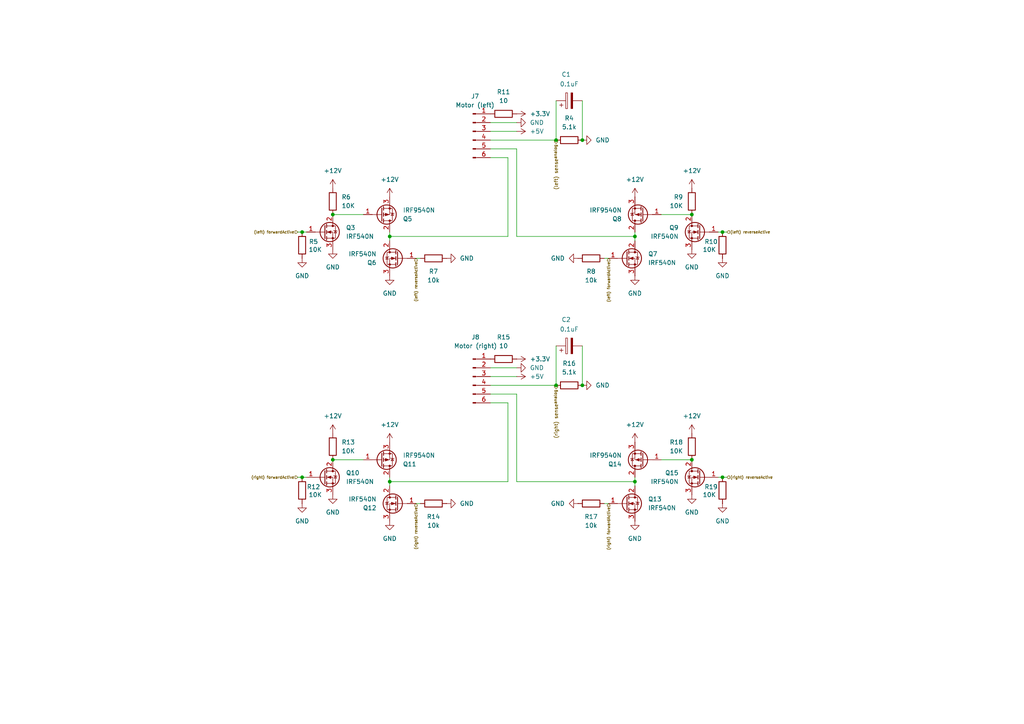
<source format=kicad_sch>
(kicad_sch
	(version 20231120)
	(generator "eeschema")
	(generator_version "8.0")
	(uuid "532f15ed-b857-4467-81a6-6f44bf885540")
	(paper "A4")
	(title_block
		(title "Motor Circuit")
		(date "2024-07-20")
		(rev "v0.1")
		(company "Karl Wünsche")
		(comment 1 "for the photodiode (photoconductive mode).")
		(comment 2 "a resistor to power the ir leds off the 3.3V rail and the filtering and resistor ")
		(comment 3 "This is the motor control circuit consisting of an h-bridge for each motor, ")
	)
	(lib_symbols
		(symbol "Connector:Conn_01x06_Pin"
			(pin_names
				(offset 1.016) hide)
			(exclude_from_sim no)
			(in_bom yes)
			(on_board yes)
			(property "Reference" "J"
				(at 0 7.62 0)
				(effects
					(font
						(size 1.27 1.27)
					)
				)
			)
			(property "Value" "Conn_01x06_Pin"
				(at 0 -10.16 0)
				(effects
					(font
						(size 1.27 1.27)
					)
				)
			)
			(property "Footprint" ""
				(at 0 0 0)
				(effects
					(font
						(size 1.27 1.27)
					)
					(hide yes)
				)
			)
			(property "Datasheet" "~"
				(at 0 0 0)
				(effects
					(font
						(size 1.27 1.27)
					)
					(hide yes)
				)
			)
			(property "Description" "Generic connector, single row, 01x06, script generated"
				(at 0 0 0)
				(effects
					(font
						(size 1.27 1.27)
					)
					(hide yes)
				)
			)
			(property "ki_locked" ""
				(at 0 0 0)
				(effects
					(font
						(size 1.27 1.27)
					)
				)
			)
			(property "ki_keywords" "connector"
				(at 0 0 0)
				(effects
					(font
						(size 1.27 1.27)
					)
					(hide yes)
				)
			)
			(property "ki_fp_filters" "Connector*:*_1x??_*"
				(at 0 0 0)
				(effects
					(font
						(size 1.27 1.27)
					)
					(hide yes)
				)
			)
			(symbol "Conn_01x06_Pin_1_1"
				(polyline
					(pts
						(xy 1.27 -7.62) (xy 0.8636 -7.62)
					)
					(stroke
						(width 0.1524)
						(type default)
					)
					(fill
						(type none)
					)
				)
				(polyline
					(pts
						(xy 1.27 -5.08) (xy 0.8636 -5.08)
					)
					(stroke
						(width 0.1524)
						(type default)
					)
					(fill
						(type none)
					)
				)
				(polyline
					(pts
						(xy 1.27 -2.54) (xy 0.8636 -2.54)
					)
					(stroke
						(width 0.1524)
						(type default)
					)
					(fill
						(type none)
					)
				)
				(polyline
					(pts
						(xy 1.27 0) (xy 0.8636 0)
					)
					(stroke
						(width 0.1524)
						(type default)
					)
					(fill
						(type none)
					)
				)
				(polyline
					(pts
						(xy 1.27 2.54) (xy 0.8636 2.54)
					)
					(stroke
						(width 0.1524)
						(type default)
					)
					(fill
						(type none)
					)
				)
				(polyline
					(pts
						(xy 1.27 5.08) (xy 0.8636 5.08)
					)
					(stroke
						(width 0.1524)
						(type default)
					)
					(fill
						(type none)
					)
				)
				(rectangle
					(start 0.8636 -7.493)
					(end 0 -7.747)
					(stroke
						(width 0.1524)
						(type default)
					)
					(fill
						(type outline)
					)
				)
				(rectangle
					(start 0.8636 -4.953)
					(end 0 -5.207)
					(stroke
						(width 0.1524)
						(type default)
					)
					(fill
						(type outline)
					)
				)
				(rectangle
					(start 0.8636 -2.413)
					(end 0 -2.667)
					(stroke
						(width 0.1524)
						(type default)
					)
					(fill
						(type outline)
					)
				)
				(rectangle
					(start 0.8636 0.127)
					(end 0 -0.127)
					(stroke
						(width 0.1524)
						(type default)
					)
					(fill
						(type outline)
					)
				)
				(rectangle
					(start 0.8636 2.667)
					(end 0 2.413)
					(stroke
						(width 0.1524)
						(type default)
					)
					(fill
						(type outline)
					)
				)
				(rectangle
					(start 0.8636 5.207)
					(end 0 4.953)
					(stroke
						(width 0.1524)
						(type default)
					)
					(fill
						(type outline)
					)
				)
				(pin passive line
					(at 5.08 5.08 180)
					(length 3.81)
					(name "Pin_1"
						(effects
							(font
								(size 1.27 1.27)
							)
						)
					)
					(number "1"
						(effects
							(font
								(size 1.27 1.27)
							)
						)
					)
				)
				(pin passive line
					(at 5.08 2.54 180)
					(length 3.81)
					(name "Pin_2"
						(effects
							(font
								(size 1.27 1.27)
							)
						)
					)
					(number "2"
						(effects
							(font
								(size 1.27 1.27)
							)
						)
					)
				)
				(pin passive line
					(at 5.08 0 180)
					(length 3.81)
					(name "Pin_3"
						(effects
							(font
								(size 1.27 1.27)
							)
						)
					)
					(number "3"
						(effects
							(font
								(size 1.27 1.27)
							)
						)
					)
				)
				(pin passive line
					(at 5.08 -2.54 180)
					(length 3.81)
					(name "Pin_4"
						(effects
							(font
								(size 1.27 1.27)
							)
						)
					)
					(number "4"
						(effects
							(font
								(size 1.27 1.27)
							)
						)
					)
				)
				(pin passive line
					(at 5.08 -5.08 180)
					(length 3.81)
					(name "Pin_5"
						(effects
							(font
								(size 1.27 1.27)
							)
						)
					)
					(number "5"
						(effects
							(font
								(size 1.27 1.27)
							)
						)
					)
				)
				(pin passive line
					(at 5.08 -7.62 180)
					(length 3.81)
					(name "Pin_6"
						(effects
							(font
								(size 1.27 1.27)
							)
						)
					)
					(number "6"
						(effects
							(font
								(size 1.27 1.27)
							)
						)
					)
				)
			)
		)
		(symbol "Device:C_Polarized"
			(pin_numbers hide)
			(pin_names
				(offset 0.254)
			)
			(exclude_from_sim no)
			(in_bom yes)
			(on_board yes)
			(property "Reference" "C"
				(at 0.635 2.54 0)
				(effects
					(font
						(size 1.27 1.27)
					)
					(justify left)
				)
			)
			(property "Value" "C_Polarized"
				(at 0.635 -2.54 0)
				(effects
					(font
						(size 1.27 1.27)
					)
					(justify left)
				)
			)
			(property "Footprint" ""
				(at 0.9652 -3.81 0)
				(effects
					(font
						(size 1.27 1.27)
					)
					(hide yes)
				)
			)
			(property "Datasheet" "~"
				(at 0 0 0)
				(effects
					(font
						(size 1.27 1.27)
					)
					(hide yes)
				)
			)
			(property "Description" "Polarized capacitor"
				(at 0 0 0)
				(effects
					(font
						(size 1.27 1.27)
					)
					(hide yes)
				)
			)
			(property "ki_keywords" "cap capacitor"
				(at 0 0 0)
				(effects
					(font
						(size 1.27 1.27)
					)
					(hide yes)
				)
			)
			(property "ki_fp_filters" "CP_*"
				(at 0 0 0)
				(effects
					(font
						(size 1.27 1.27)
					)
					(hide yes)
				)
			)
			(symbol "C_Polarized_0_1"
				(rectangle
					(start -2.286 0.508)
					(end 2.286 1.016)
					(stroke
						(width 0)
						(type default)
					)
					(fill
						(type none)
					)
				)
				(polyline
					(pts
						(xy -1.778 2.286) (xy -0.762 2.286)
					)
					(stroke
						(width 0)
						(type default)
					)
					(fill
						(type none)
					)
				)
				(polyline
					(pts
						(xy -1.27 2.794) (xy -1.27 1.778)
					)
					(stroke
						(width 0)
						(type default)
					)
					(fill
						(type none)
					)
				)
				(rectangle
					(start 2.286 -0.508)
					(end -2.286 -1.016)
					(stroke
						(width 0)
						(type default)
					)
					(fill
						(type outline)
					)
				)
			)
			(symbol "C_Polarized_1_1"
				(pin passive line
					(at 0 3.81 270)
					(length 2.794)
					(name "~"
						(effects
							(font
								(size 1.27 1.27)
							)
						)
					)
					(number "1"
						(effects
							(font
								(size 1.27 1.27)
							)
						)
					)
				)
				(pin passive line
					(at 0 -3.81 90)
					(length 2.794)
					(name "~"
						(effects
							(font
								(size 1.27 1.27)
							)
						)
					)
					(number "2"
						(effects
							(font
								(size 1.27 1.27)
							)
						)
					)
				)
			)
		)
		(symbol "Device:R"
			(pin_numbers hide)
			(pin_names
				(offset 0)
			)
			(exclude_from_sim no)
			(in_bom yes)
			(on_board yes)
			(property "Reference" "R"
				(at 2.032 0 90)
				(effects
					(font
						(size 1.27 1.27)
					)
				)
			)
			(property "Value" "R"
				(at 0 0 90)
				(effects
					(font
						(size 1.27 1.27)
					)
				)
			)
			(property "Footprint" ""
				(at -1.778 0 90)
				(effects
					(font
						(size 1.27 1.27)
					)
					(hide yes)
				)
			)
			(property "Datasheet" "~"
				(at 0 0 0)
				(effects
					(font
						(size 1.27 1.27)
					)
					(hide yes)
				)
			)
			(property "Description" "Resistor"
				(at 0 0 0)
				(effects
					(font
						(size 1.27 1.27)
					)
					(hide yes)
				)
			)
			(property "ki_keywords" "R res resistor"
				(at 0 0 0)
				(effects
					(font
						(size 1.27 1.27)
					)
					(hide yes)
				)
			)
			(property "ki_fp_filters" "R_*"
				(at 0 0 0)
				(effects
					(font
						(size 1.27 1.27)
					)
					(hide yes)
				)
			)
			(symbol "R_0_1"
				(rectangle
					(start -1.016 -2.54)
					(end 1.016 2.54)
					(stroke
						(width 0.254)
						(type default)
					)
					(fill
						(type none)
					)
				)
			)
			(symbol "R_1_1"
				(pin passive line
					(at 0 3.81 270)
					(length 1.27)
					(name "~"
						(effects
							(font
								(size 1.27 1.27)
							)
						)
					)
					(number "1"
						(effects
							(font
								(size 1.27 1.27)
							)
						)
					)
				)
				(pin passive line
					(at 0 -3.81 90)
					(length 1.27)
					(name "~"
						(effects
							(font
								(size 1.27 1.27)
							)
						)
					)
					(number "2"
						(effects
							(font
								(size 1.27 1.27)
							)
						)
					)
				)
			)
		)
		(symbol "Transistor_FET:IRF540N"
			(pin_names hide)
			(exclude_from_sim no)
			(in_bom yes)
			(on_board yes)
			(property "Reference" "Q"
				(at 5.08 1.905 0)
				(effects
					(font
						(size 1.27 1.27)
					)
					(justify left)
				)
			)
			(property "Value" "IRF540N"
				(at 5.08 0 0)
				(effects
					(font
						(size 1.27 1.27)
					)
					(justify left)
				)
			)
			(property "Footprint" "Package_TO_SOT_THT:TO-220-3_Vertical"
				(at 5.08 -1.905 0)
				(effects
					(font
						(size 1.27 1.27)
						(italic yes)
					)
					(justify left)
					(hide yes)
				)
			)
			(property "Datasheet" "http://www.irf.com/product-info/datasheets/data/irf540n.pdf"
				(at 5.08 -3.81 0)
				(effects
					(font
						(size 1.27 1.27)
					)
					(justify left)
					(hide yes)
				)
			)
			(property "Description" "33A Id, 100V Vds, HEXFET N-Channel MOSFET, TO-220"
				(at 0 0 0)
				(effects
					(font
						(size 1.27 1.27)
					)
					(hide yes)
				)
			)
			(property "ki_keywords" "HEXFET N-Channel MOSFET"
				(at 0 0 0)
				(effects
					(font
						(size 1.27 1.27)
					)
					(hide yes)
				)
			)
			(property "ki_fp_filters" "TO?220*"
				(at 0 0 0)
				(effects
					(font
						(size 1.27 1.27)
					)
					(hide yes)
				)
			)
			(symbol "IRF540N_0_1"
				(polyline
					(pts
						(xy 0.254 0) (xy -2.54 0)
					)
					(stroke
						(width 0)
						(type default)
					)
					(fill
						(type none)
					)
				)
				(polyline
					(pts
						(xy 0.254 1.905) (xy 0.254 -1.905)
					)
					(stroke
						(width 0.254)
						(type default)
					)
					(fill
						(type none)
					)
				)
				(polyline
					(pts
						(xy 0.762 -1.27) (xy 0.762 -2.286)
					)
					(stroke
						(width 0.254)
						(type default)
					)
					(fill
						(type none)
					)
				)
				(polyline
					(pts
						(xy 0.762 0.508) (xy 0.762 -0.508)
					)
					(stroke
						(width 0.254)
						(type default)
					)
					(fill
						(type none)
					)
				)
				(polyline
					(pts
						(xy 0.762 2.286) (xy 0.762 1.27)
					)
					(stroke
						(width 0.254)
						(type default)
					)
					(fill
						(type none)
					)
				)
				(polyline
					(pts
						(xy 2.54 2.54) (xy 2.54 1.778)
					)
					(stroke
						(width 0)
						(type default)
					)
					(fill
						(type none)
					)
				)
				(polyline
					(pts
						(xy 2.54 -2.54) (xy 2.54 0) (xy 0.762 0)
					)
					(stroke
						(width 0)
						(type default)
					)
					(fill
						(type none)
					)
				)
				(polyline
					(pts
						(xy 0.762 -1.778) (xy 3.302 -1.778) (xy 3.302 1.778) (xy 0.762 1.778)
					)
					(stroke
						(width 0)
						(type default)
					)
					(fill
						(type none)
					)
				)
				(polyline
					(pts
						(xy 1.016 0) (xy 2.032 0.381) (xy 2.032 -0.381) (xy 1.016 0)
					)
					(stroke
						(width 0)
						(type default)
					)
					(fill
						(type outline)
					)
				)
				(polyline
					(pts
						(xy 2.794 0.508) (xy 2.921 0.381) (xy 3.683 0.381) (xy 3.81 0.254)
					)
					(stroke
						(width 0)
						(type default)
					)
					(fill
						(type none)
					)
				)
				(polyline
					(pts
						(xy 3.302 0.381) (xy 2.921 -0.254) (xy 3.683 -0.254) (xy 3.302 0.381)
					)
					(stroke
						(width 0)
						(type default)
					)
					(fill
						(type none)
					)
				)
				(circle
					(center 1.651 0)
					(radius 2.794)
					(stroke
						(width 0.254)
						(type default)
					)
					(fill
						(type none)
					)
				)
				(circle
					(center 2.54 -1.778)
					(radius 0.254)
					(stroke
						(width 0)
						(type default)
					)
					(fill
						(type outline)
					)
				)
				(circle
					(center 2.54 1.778)
					(radius 0.254)
					(stroke
						(width 0)
						(type default)
					)
					(fill
						(type outline)
					)
				)
			)
			(symbol "IRF540N_1_1"
				(pin input line
					(at -5.08 0 0)
					(length 2.54)
					(name "G"
						(effects
							(font
								(size 1.27 1.27)
							)
						)
					)
					(number "1"
						(effects
							(font
								(size 1.27 1.27)
							)
						)
					)
				)
				(pin passive line
					(at 2.54 5.08 270)
					(length 2.54)
					(name "D"
						(effects
							(font
								(size 1.27 1.27)
							)
						)
					)
					(number "2"
						(effects
							(font
								(size 1.27 1.27)
							)
						)
					)
				)
				(pin passive line
					(at 2.54 -5.08 90)
					(length 2.54)
					(name "S"
						(effects
							(font
								(size 1.27 1.27)
							)
						)
					)
					(number "3"
						(effects
							(font
								(size 1.27 1.27)
							)
						)
					)
				)
			)
		)
		(symbol "Transistor_FET:IRF9540N"
			(pin_names hide)
			(exclude_from_sim no)
			(in_bom yes)
			(on_board yes)
			(property "Reference" "Q"
				(at 5.08 1.905 0)
				(effects
					(font
						(size 1.27 1.27)
					)
					(justify left)
				)
			)
			(property "Value" "IRF9540N"
				(at 5.08 0 0)
				(effects
					(font
						(size 1.27 1.27)
					)
					(justify left)
				)
			)
			(property "Footprint" "Package_TO_SOT_THT:TO-220-3_Vertical"
				(at 5.08 -1.905 0)
				(effects
					(font
						(size 1.27 1.27)
						(italic yes)
					)
					(justify left)
					(hide yes)
				)
			)
			(property "Datasheet" "http://www.irf.com/product-info/datasheets/data/irf9540n.pdf"
				(at 5.08 -3.81 0)
				(effects
					(font
						(size 1.27 1.27)
					)
					(justify left)
					(hide yes)
				)
			)
			(property "Description" "-23A Id, -100V Vds, 117mOhm Rds, P-Channel HEXFET Power MOSFET, TO-220"
				(at 0 0 0)
				(effects
					(font
						(size 1.27 1.27)
					)
					(hide yes)
				)
			)
			(property "ki_keywords" "P-Channel MOSFET HEXFET"
				(at 0 0 0)
				(effects
					(font
						(size 1.27 1.27)
					)
					(hide yes)
				)
			)
			(property "ki_fp_filters" "TO?220*"
				(at 0 0 0)
				(effects
					(font
						(size 1.27 1.27)
					)
					(hide yes)
				)
			)
			(symbol "IRF9540N_0_1"
				(polyline
					(pts
						(xy 0.254 0) (xy -2.54 0)
					)
					(stroke
						(width 0)
						(type default)
					)
					(fill
						(type none)
					)
				)
				(polyline
					(pts
						(xy 0.254 1.905) (xy 0.254 -1.905)
					)
					(stroke
						(width 0.254)
						(type default)
					)
					(fill
						(type none)
					)
				)
				(polyline
					(pts
						(xy 0.762 -1.27) (xy 0.762 -2.286)
					)
					(stroke
						(width 0.254)
						(type default)
					)
					(fill
						(type none)
					)
				)
				(polyline
					(pts
						(xy 0.762 0.508) (xy 0.762 -0.508)
					)
					(stroke
						(width 0.254)
						(type default)
					)
					(fill
						(type none)
					)
				)
				(polyline
					(pts
						(xy 0.762 2.286) (xy 0.762 1.27)
					)
					(stroke
						(width 0.254)
						(type default)
					)
					(fill
						(type none)
					)
				)
				(polyline
					(pts
						(xy 2.54 2.54) (xy 2.54 1.778)
					)
					(stroke
						(width 0)
						(type default)
					)
					(fill
						(type none)
					)
				)
				(polyline
					(pts
						(xy 2.54 -2.54) (xy 2.54 0) (xy 0.762 0)
					)
					(stroke
						(width 0)
						(type default)
					)
					(fill
						(type none)
					)
				)
				(polyline
					(pts
						(xy 0.762 1.778) (xy 3.302 1.778) (xy 3.302 -1.778) (xy 0.762 -1.778)
					)
					(stroke
						(width 0)
						(type default)
					)
					(fill
						(type none)
					)
				)
				(polyline
					(pts
						(xy 2.286 0) (xy 1.27 0.381) (xy 1.27 -0.381) (xy 2.286 0)
					)
					(stroke
						(width 0)
						(type default)
					)
					(fill
						(type outline)
					)
				)
				(polyline
					(pts
						(xy 2.794 -0.508) (xy 2.921 -0.381) (xy 3.683 -0.381) (xy 3.81 -0.254)
					)
					(stroke
						(width 0)
						(type default)
					)
					(fill
						(type none)
					)
				)
				(polyline
					(pts
						(xy 3.302 -0.381) (xy 2.921 0.254) (xy 3.683 0.254) (xy 3.302 -0.381)
					)
					(stroke
						(width 0)
						(type default)
					)
					(fill
						(type none)
					)
				)
				(circle
					(center 1.651 0)
					(radius 2.794)
					(stroke
						(width 0.254)
						(type default)
					)
					(fill
						(type none)
					)
				)
				(circle
					(center 2.54 -1.778)
					(radius 0.254)
					(stroke
						(width 0)
						(type default)
					)
					(fill
						(type outline)
					)
				)
				(circle
					(center 2.54 1.778)
					(radius 0.254)
					(stroke
						(width 0)
						(type default)
					)
					(fill
						(type outline)
					)
				)
			)
			(symbol "IRF9540N_1_1"
				(pin input line
					(at -5.08 0 0)
					(length 2.54)
					(name "G"
						(effects
							(font
								(size 1.27 1.27)
							)
						)
					)
					(number "1"
						(effects
							(font
								(size 1.27 1.27)
							)
						)
					)
				)
				(pin passive line
					(at 2.54 5.08 270)
					(length 2.54)
					(name "D"
						(effects
							(font
								(size 1.27 1.27)
							)
						)
					)
					(number "2"
						(effects
							(font
								(size 1.27 1.27)
							)
						)
					)
				)
				(pin passive line
					(at 2.54 -5.08 90)
					(length 2.54)
					(name "S"
						(effects
							(font
								(size 1.27 1.27)
							)
						)
					)
					(number "3"
						(effects
							(font
								(size 1.27 1.27)
							)
						)
					)
				)
			)
		)
		(symbol "power:+12V"
			(power)
			(pin_numbers hide)
			(pin_names
				(offset 0) hide)
			(exclude_from_sim no)
			(in_bom yes)
			(on_board yes)
			(property "Reference" "#PWR"
				(at 0 -3.81 0)
				(effects
					(font
						(size 1.27 1.27)
					)
					(hide yes)
				)
			)
			(property "Value" "+12V"
				(at 0 3.556 0)
				(effects
					(font
						(size 1.27 1.27)
					)
				)
			)
			(property "Footprint" ""
				(at 0 0 0)
				(effects
					(font
						(size 1.27 1.27)
					)
					(hide yes)
				)
			)
			(property "Datasheet" ""
				(at 0 0 0)
				(effects
					(font
						(size 1.27 1.27)
					)
					(hide yes)
				)
			)
			(property "Description" "Power symbol creates a global label with name \"+12V\""
				(at 0 0 0)
				(effects
					(font
						(size 1.27 1.27)
					)
					(hide yes)
				)
			)
			(property "ki_keywords" "global power"
				(at 0 0 0)
				(effects
					(font
						(size 1.27 1.27)
					)
					(hide yes)
				)
			)
			(symbol "+12V_0_1"
				(polyline
					(pts
						(xy -0.762 1.27) (xy 0 2.54)
					)
					(stroke
						(width 0)
						(type default)
					)
					(fill
						(type none)
					)
				)
				(polyline
					(pts
						(xy 0 0) (xy 0 2.54)
					)
					(stroke
						(width 0)
						(type default)
					)
					(fill
						(type none)
					)
				)
				(polyline
					(pts
						(xy 0 2.54) (xy 0.762 1.27)
					)
					(stroke
						(width 0)
						(type default)
					)
					(fill
						(type none)
					)
				)
			)
			(symbol "+12V_1_1"
				(pin power_in line
					(at 0 0 90)
					(length 0)
					(name "~"
						(effects
							(font
								(size 1.27 1.27)
							)
						)
					)
					(number "1"
						(effects
							(font
								(size 1.27 1.27)
							)
						)
					)
				)
			)
		)
		(symbol "power:+3.3V"
			(power)
			(pin_numbers hide)
			(pin_names
				(offset 0) hide)
			(exclude_from_sim no)
			(in_bom yes)
			(on_board yes)
			(property "Reference" "#PWR"
				(at 0 -3.81 0)
				(effects
					(font
						(size 1.27 1.27)
					)
					(hide yes)
				)
			)
			(property "Value" "+3.3V"
				(at 0 3.556 0)
				(effects
					(font
						(size 1.27 1.27)
					)
				)
			)
			(property "Footprint" ""
				(at 0 0 0)
				(effects
					(font
						(size 1.27 1.27)
					)
					(hide yes)
				)
			)
			(property "Datasheet" ""
				(at 0 0 0)
				(effects
					(font
						(size 1.27 1.27)
					)
					(hide yes)
				)
			)
			(property "Description" "Power symbol creates a global label with name \"+3.3V\""
				(at 0 0 0)
				(effects
					(font
						(size 1.27 1.27)
					)
					(hide yes)
				)
			)
			(property "ki_keywords" "global power"
				(at 0 0 0)
				(effects
					(font
						(size 1.27 1.27)
					)
					(hide yes)
				)
			)
			(symbol "+3.3V_0_1"
				(polyline
					(pts
						(xy -0.762 1.27) (xy 0 2.54)
					)
					(stroke
						(width 0)
						(type default)
					)
					(fill
						(type none)
					)
				)
				(polyline
					(pts
						(xy 0 0) (xy 0 2.54)
					)
					(stroke
						(width 0)
						(type default)
					)
					(fill
						(type none)
					)
				)
				(polyline
					(pts
						(xy 0 2.54) (xy 0.762 1.27)
					)
					(stroke
						(width 0)
						(type default)
					)
					(fill
						(type none)
					)
				)
			)
			(symbol "+3.3V_1_1"
				(pin power_in line
					(at 0 0 90)
					(length 0)
					(name "~"
						(effects
							(font
								(size 1.27 1.27)
							)
						)
					)
					(number "1"
						(effects
							(font
								(size 1.27 1.27)
							)
						)
					)
				)
			)
		)
		(symbol "power:+5V"
			(power)
			(pin_numbers hide)
			(pin_names
				(offset 0) hide)
			(exclude_from_sim no)
			(in_bom yes)
			(on_board yes)
			(property "Reference" "#PWR"
				(at 0 -3.81 0)
				(effects
					(font
						(size 1.27 1.27)
					)
					(hide yes)
				)
			)
			(property "Value" "+5V"
				(at 0 3.556 0)
				(effects
					(font
						(size 1.27 1.27)
					)
				)
			)
			(property "Footprint" ""
				(at 0 0 0)
				(effects
					(font
						(size 1.27 1.27)
					)
					(hide yes)
				)
			)
			(property "Datasheet" ""
				(at 0 0 0)
				(effects
					(font
						(size 1.27 1.27)
					)
					(hide yes)
				)
			)
			(property "Description" "Power symbol creates a global label with name \"+5V\""
				(at 0 0 0)
				(effects
					(font
						(size 1.27 1.27)
					)
					(hide yes)
				)
			)
			(property "ki_keywords" "global power"
				(at 0 0 0)
				(effects
					(font
						(size 1.27 1.27)
					)
					(hide yes)
				)
			)
			(symbol "+5V_0_1"
				(polyline
					(pts
						(xy -0.762 1.27) (xy 0 2.54)
					)
					(stroke
						(width 0)
						(type default)
					)
					(fill
						(type none)
					)
				)
				(polyline
					(pts
						(xy 0 0) (xy 0 2.54)
					)
					(stroke
						(width 0)
						(type default)
					)
					(fill
						(type none)
					)
				)
				(polyline
					(pts
						(xy 0 2.54) (xy 0.762 1.27)
					)
					(stroke
						(width 0)
						(type default)
					)
					(fill
						(type none)
					)
				)
			)
			(symbol "+5V_1_1"
				(pin power_in line
					(at 0 0 90)
					(length 0)
					(name "~"
						(effects
							(font
								(size 1.27 1.27)
							)
						)
					)
					(number "1"
						(effects
							(font
								(size 1.27 1.27)
							)
						)
					)
				)
			)
		)
		(symbol "power:GND"
			(power)
			(pin_numbers hide)
			(pin_names
				(offset 0) hide)
			(exclude_from_sim no)
			(in_bom yes)
			(on_board yes)
			(property "Reference" "#PWR"
				(at 0 -6.35 0)
				(effects
					(font
						(size 1.27 1.27)
					)
					(hide yes)
				)
			)
			(property "Value" "GND"
				(at 0 -3.81 0)
				(effects
					(font
						(size 1.27 1.27)
					)
				)
			)
			(property "Footprint" ""
				(at 0 0 0)
				(effects
					(font
						(size 1.27 1.27)
					)
					(hide yes)
				)
			)
			(property "Datasheet" ""
				(at 0 0 0)
				(effects
					(font
						(size 1.27 1.27)
					)
					(hide yes)
				)
			)
			(property "Description" "Power symbol creates a global label with name \"GND\" , ground"
				(at 0 0 0)
				(effects
					(font
						(size 1.27 1.27)
					)
					(hide yes)
				)
			)
			(property "ki_keywords" "global power"
				(at 0 0 0)
				(effects
					(font
						(size 1.27 1.27)
					)
					(hide yes)
				)
			)
			(symbol "GND_0_1"
				(polyline
					(pts
						(xy 0 0) (xy 0 -1.27) (xy 1.27 -1.27) (xy 0 -2.54) (xy -1.27 -1.27) (xy 0 -1.27)
					)
					(stroke
						(width 0)
						(type default)
					)
					(fill
						(type none)
					)
				)
			)
			(symbol "GND_1_1"
				(pin power_in line
					(at 0 0 270)
					(length 0)
					(name "~"
						(effects
							(font
								(size 1.27 1.27)
							)
						)
					)
					(number "1"
						(effects
							(font
								(size 1.27 1.27)
							)
						)
					)
				)
			)
		)
	)
	(junction
		(at 161.29 111.76)
		(diameter 0)
		(color 0 0 0 0)
		(uuid "060a5afe-15c6-4d1e-a9a7-2431b82a9ecc")
	)
	(junction
		(at 113.03 68.58)
		(diameter 0)
		(color 0 0 0 0)
		(uuid "17dac7c5-941f-4d1b-8cc8-6e5ae43abfc0")
	)
	(junction
		(at 209.55 67.31)
		(diameter 0)
		(color 0 0 0 0)
		(uuid "26764c8f-7e8d-41d1-9c96-ab39dd7230bc")
	)
	(junction
		(at 200.66 62.23)
		(diameter 0)
		(color 0 0 0 0)
		(uuid "2f79ba82-95ab-4bfe-9cae-c05e0311297d")
	)
	(junction
		(at 184.15 68.58)
		(diameter 0)
		(color 0 0 0 0)
		(uuid "35d90441-021d-474f-b03e-c28e619191da")
	)
	(junction
		(at 161.29 40.64)
		(diameter 0)
		(color 0 0 0 0)
		(uuid "3ebe102d-1fd6-4157-8580-0837d5c8b080")
	)
	(junction
		(at 96.52 62.23)
		(diameter 0)
		(color 0 0 0 0)
		(uuid "3ff1de71-1616-4cfe-a66e-68d58fa3a9d1")
	)
	(junction
		(at 87.63 67.31)
		(diameter 0)
		(color 0 0 0 0)
		(uuid "50483ee0-268d-4c23-963e-3229a01b8028")
	)
	(junction
		(at 96.52 133.35)
		(diameter 0)
		(color 0 0 0 0)
		(uuid "64393031-6af3-4249-8d21-22e18096f26a")
	)
	(junction
		(at 209.55 138.43)
		(diameter 0)
		(color 0 0 0 0)
		(uuid "6df97096-9743-438a-a309-c12d61736881")
	)
	(junction
		(at 168.91 111.76)
		(diameter 0)
		(color 0 0 0 0)
		(uuid "8c607ad0-7b9b-4e4e-b680-89509a3915d9")
	)
	(junction
		(at 113.03 139.7)
		(diameter 0)
		(color 0 0 0 0)
		(uuid "a896e6a2-548c-4c9f-b61c-c5a9ac291f51")
	)
	(junction
		(at 168.91 40.64)
		(diameter 0)
		(color 0 0 0 0)
		(uuid "af393282-b2eb-44c2-bfad-62c38cf0fb07")
	)
	(junction
		(at 200.66 133.35)
		(diameter 0)
		(color 0 0 0 0)
		(uuid "b708bc65-49ea-4038-9c6a-49df9f248d78")
	)
	(junction
		(at 87.63 138.43)
		(diameter 0)
		(color 0 0 0 0)
		(uuid "d1c90120-8565-418c-8abb-c5c92597e2d4")
	)
	(junction
		(at 184.15 139.7)
		(diameter 0)
		(color 0 0 0 0)
		(uuid "ef2ac3b6-ff21-48e0-a962-a06e887f2c6a")
	)
	(wire
		(pts
			(xy 113.03 68.58) (xy 113.03 69.85)
		)
		(stroke
			(width 0)
			(type default)
		)
		(uuid "05165752-7d7b-49ea-9168-b4021aa093d3")
	)
	(wire
		(pts
			(xy 184.15 138.43) (xy 184.15 139.7)
		)
		(stroke
			(width 0)
			(type default)
		)
		(uuid "0ddc7893-7fa1-4871-813b-9e4d41d8ee3d")
	)
	(wire
		(pts
			(xy 209.55 67.31) (xy 208.28 67.31)
		)
		(stroke
			(width 0)
			(type default)
		)
		(uuid "0ec7242f-6540-4ff9-9ac3-4aa359a68048")
	)
	(wire
		(pts
			(xy 121.92 74.93) (xy 120.65 74.93)
		)
		(stroke
			(width 0)
			(type default)
		)
		(uuid "2163533f-46de-4d54-b5e3-ce66503d7079")
	)
	(wire
		(pts
			(xy 175.26 146.05) (xy 176.53 146.05)
		)
		(stroke
			(width 0)
			(type default)
		)
		(uuid "226bbfbd-4ea3-4a46-9f82-075905827d0e")
	)
	(wire
		(pts
			(xy 168.91 40.64) (xy 168.91 29.21)
		)
		(stroke
			(width 0)
			(type default)
		)
		(uuid "26b3d581-f5df-46e6-a6d0-70b09ee46384")
	)
	(wire
		(pts
			(xy 113.03 138.43) (xy 113.03 139.7)
		)
		(stroke
			(width 0)
			(type default)
		)
		(uuid "2e1f3df6-14d7-4607-a453-f5e6d3e31b54")
	)
	(wire
		(pts
			(xy 209.55 138.43) (xy 208.28 138.43)
		)
		(stroke
			(width 0)
			(type default)
		)
		(uuid "2e31f7dc-e6ab-447c-9191-db3bac52f8b8")
	)
	(wire
		(pts
			(xy 175.26 74.93) (xy 176.53 74.93)
		)
		(stroke
			(width 0)
			(type default)
		)
		(uuid "369a1867-438f-43fe-8ebe-cfea987f1b44")
	)
	(wire
		(pts
			(xy 147.32 45.72) (xy 147.32 68.58)
		)
		(stroke
			(width 0)
			(type default)
		)
		(uuid "370e4184-d02f-47c9-9eb9-5c52efd76154")
	)
	(wire
		(pts
			(xy 168.91 111.76) (xy 168.91 100.33)
		)
		(stroke
			(width 0)
			(type default)
		)
		(uuid "43cd6b8e-d0aa-4cd0-a3f8-e67a9d50f252")
	)
	(wire
		(pts
			(xy 147.32 116.84) (xy 147.32 139.7)
		)
		(stroke
			(width 0)
			(type default)
		)
		(uuid "4bdf41a8-4eb1-4e8f-a8b9-c31135798f8b")
	)
	(wire
		(pts
			(xy 113.03 139.7) (xy 113.03 140.97)
		)
		(stroke
			(width 0)
			(type default)
		)
		(uuid "4f72ac76-a0d0-4ae5-9342-fbad1d7fc03e")
	)
	(wire
		(pts
			(xy 87.63 138.43) (xy 88.9 138.43)
		)
		(stroke
			(width 0)
			(type default)
		)
		(uuid "538d696d-e33f-4c21-99f0-d48333ed9c8e")
	)
	(wire
		(pts
			(xy 96.52 133.35) (xy 105.41 133.35)
		)
		(stroke
			(width 0)
			(type default)
		)
		(uuid "544e6f33-3923-4188-be02-cb338bded72b")
	)
	(wire
		(pts
			(xy 210.82 138.43) (xy 209.55 138.43)
		)
		(stroke
			(width 0)
			(type default)
		)
		(uuid "552752bc-4b6f-4123-928f-750dd3cb9cae")
	)
	(wire
		(pts
			(xy 87.63 67.31) (xy 88.9 67.31)
		)
		(stroke
			(width 0)
			(type default)
		)
		(uuid "617b0612-ba42-460d-b763-d506f0fa48c2")
	)
	(wire
		(pts
			(xy 210.82 67.31) (xy 209.55 67.31)
		)
		(stroke
			(width 0)
			(type default)
		)
		(uuid "69b06be7-2af1-414e-b8ea-b3b7e5048da0")
	)
	(wire
		(pts
			(xy 142.24 43.18) (xy 149.86 43.18)
		)
		(stroke
			(width 0)
			(type default)
		)
		(uuid "70613a9c-1be2-46e2-adad-6a546c026db5")
	)
	(wire
		(pts
			(xy 142.24 116.84) (xy 147.32 116.84)
		)
		(stroke
			(width 0)
			(type default)
		)
		(uuid "71c847af-9c44-4ba8-a52d-958eadf65427")
	)
	(wire
		(pts
			(xy 142.24 45.72) (xy 147.32 45.72)
		)
		(stroke
			(width 0)
			(type default)
		)
		(uuid "7419134e-a347-40be-a86f-a757a049c696")
	)
	(wire
		(pts
			(xy 121.92 146.05) (xy 120.65 146.05)
		)
		(stroke
			(width 0)
			(type default)
		)
		(uuid "7627e82f-6ed6-4985-868a-e1daaffd7f34")
	)
	(wire
		(pts
			(xy 184.15 68.58) (xy 184.15 69.85)
		)
		(stroke
			(width 0)
			(type default)
		)
		(uuid "7c6f597e-904c-451c-8635-fed9f9fd1370")
	)
	(wire
		(pts
			(xy 113.03 67.31) (xy 113.03 68.58)
		)
		(stroke
			(width 0)
			(type default)
		)
		(uuid "7ee017c4-0107-4a2e-b21e-d151e51c85bc")
	)
	(wire
		(pts
			(xy 191.77 133.35) (xy 200.66 133.35)
		)
		(stroke
			(width 0)
			(type default)
		)
		(uuid "8287c724-107b-4ecf-ac84-f9b58c878dfa")
	)
	(wire
		(pts
			(xy 86.36 67.31) (xy 87.63 67.31)
		)
		(stroke
			(width 0)
			(type default)
		)
		(uuid "859fda46-ebf3-4f3f-92f2-f79224f438fb")
	)
	(wire
		(pts
			(xy 184.15 139.7) (xy 184.15 140.97)
		)
		(stroke
			(width 0)
			(type default)
		)
		(uuid "882380e3-e8b3-4926-843f-a0d33e1f9760")
	)
	(wire
		(pts
			(xy 96.52 62.23) (xy 105.41 62.23)
		)
		(stroke
			(width 0)
			(type default)
		)
		(uuid "8fc083ec-0ebb-4fa1-9823-dcafb1e6b096")
	)
	(wire
		(pts
			(xy 161.29 40.64) (xy 161.29 29.21)
		)
		(stroke
			(width 0)
			(type default)
		)
		(uuid "98f6d8f4-b215-469b-9f27-d7911f5771af")
	)
	(wire
		(pts
			(xy 142.24 111.76) (xy 161.29 111.76)
		)
		(stroke
			(width 0)
			(type default)
		)
		(uuid "9a356adf-9df3-4696-a0a6-1d5a4f3312cb")
	)
	(wire
		(pts
			(xy 149.86 38.1) (xy 142.24 38.1)
		)
		(stroke
			(width 0)
			(type default)
		)
		(uuid "a073efbf-2920-494f-887b-84449ee01b08")
	)
	(wire
		(pts
			(xy 147.32 68.58) (xy 113.03 68.58)
		)
		(stroke
			(width 0)
			(type default)
		)
		(uuid "a14c6b0c-0431-48d7-8f79-b6aeef1e2270")
	)
	(wire
		(pts
			(xy 191.77 62.23) (xy 200.66 62.23)
		)
		(stroke
			(width 0)
			(type default)
		)
		(uuid "a596c185-c49c-4e0d-82ef-fb20283e2249")
	)
	(wire
		(pts
			(xy 149.86 106.68) (xy 142.24 106.68)
		)
		(stroke
			(width 0)
			(type default)
		)
		(uuid "aa7f74b2-daae-4f2b-be40-1acd81cb3f9a")
	)
	(wire
		(pts
			(xy 161.29 111.76) (xy 161.29 100.33)
		)
		(stroke
			(width 0)
			(type default)
		)
		(uuid "ad992724-1e20-446a-88d9-4f083dad438e")
	)
	(wire
		(pts
			(xy 149.86 35.56) (xy 142.24 35.56)
		)
		(stroke
			(width 0)
			(type default)
		)
		(uuid "b3450a68-2a88-4c0d-b715-293491491a6f")
	)
	(wire
		(pts
			(xy 149.86 68.58) (xy 184.15 68.58)
		)
		(stroke
			(width 0)
			(type default)
		)
		(uuid "b94fc94f-e004-4a98-9b14-19eb3e84824b")
	)
	(wire
		(pts
			(xy 184.15 67.31) (xy 184.15 68.58)
		)
		(stroke
			(width 0)
			(type default)
		)
		(uuid "bb71b726-35a8-4e31-9bad-128289369504")
	)
	(wire
		(pts
			(xy 142.24 40.64) (xy 161.29 40.64)
		)
		(stroke
			(width 0)
			(type default)
		)
		(uuid "c6789f90-6336-40ed-87bb-66069b8229fe")
	)
	(wire
		(pts
			(xy 142.24 114.3) (xy 149.86 114.3)
		)
		(stroke
			(width 0)
			(type default)
		)
		(uuid "c93b5c93-07d7-4194-8a40-43d94152d3bc")
	)
	(wire
		(pts
			(xy 149.86 139.7) (xy 184.15 139.7)
		)
		(stroke
			(width 0)
			(type default)
		)
		(uuid "cb9abd17-7f25-48fc-87e3-c017db6915c7")
	)
	(wire
		(pts
			(xy 149.86 43.18) (xy 149.86 68.58)
		)
		(stroke
			(width 0)
			(type default)
		)
		(uuid "d5ee03a6-7229-4e7b-8bba-9fb8fcf199b5")
	)
	(wire
		(pts
			(xy 149.86 109.22) (xy 142.24 109.22)
		)
		(stroke
			(width 0)
			(type default)
		)
		(uuid "e3ed707d-0b3c-4d5f-a403-a2a6d8ac0fad")
	)
	(wire
		(pts
			(xy 149.86 114.3) (xy 149.86 139.7)
		)
		(stroke
			(width 0)
			(type default)
		)
		(uuid "e609e6d6-1713-4c5a-a939-7c06efa64c0e")
	)
	(wire
		(pts
			(xy 86.36 138.43) (xy 87.63 138.43)
		)
		(stroke
			(width 0)
			(type default)
		)
		(uuid "f15fb920-8126-40aa-a2c9-08968e7a4083")
	)
	(wire
		(pts
			(xy 147.32 139.7) (xy 113.03 139.7)
		)
		(stroke
			(width 0)
			(type default)
		)
		(uuid "ff50ede9-3948-4d7b-b82c-7fc6609f85a1")
	)
	(hierarchical_label "(left) forwardActive"
		(shape input)
		(at 86.36 67.31 180)
		(fields_autoplaced yes)
		(effects
			(font
				(size 0.8 0.8)
			)
			(justify right)
		)
		(uuid "201933f4-a70e-4bdd-a73d-c50fd18fbac5")
	)
	(hierarchical_label "(right) reverseActive"
		(shape input)
		(at 120.65 146.05 270)
		(fields_autoplaced yes)
		(effects
			(font
				(size 0.8 0.8)
			)
			(justify right)
		)
		(uuid "50ed4d18-fc20-4c35-8fb2-02f5cad03ccb")
	)
	(hierarchical_label "(left) sense^{analog}"
		(shape output)
		(at 161.29 40.64 270)
		(fields_autoplaced yes)
		(effects
			(font
				(size 1.016 1.016)
			)
			(justify right)
		)
		(uuid "59e4c7b3-1e60-4f6e-81d8-f2218437f2d6")
	)
	(hierarchical_label "(right) forwardActive"
		(shape input)
		(at 176.53 146.05 270)
		(fields_autoplaced yes)
		(effects
			(font
				(size 0.8 0.8)
			)
			(justify right)
		)
		(uuid "5daeed83-63c2-43fa-a742-40d7958788a4")
	)
	(hierarchical_label "(left) reverseActive"
		(shape input)
		(at 120.65 74.93 270)
		(fields_autoplaced yes)
		(effects
			(font
				(size 0.8 0.8)
			)
			(justify right)
		)
		(uuid "68d42d29-9133-480e-90df-d88d7113fcdc")
	)
	(hierarchical_label "(right) forwardActive"
		(shape input)
		(at 86.36 138.43 180)
		(fields_autoplaced yes)
		(effects
			(font
				(size 0.8 0.8)
			)
			(justify right)
		)
		(uuid "74aa929f-2368-478a-a758-f8da3dc17333")
	)
	(hierarchical_label "(right) sense^{analog}"
		(shape output)
		(at 161.29 111.76 270)
		(fields_autoplaced yes)
		(effects
			(font
				(size 1.016 1.016)
			)
			(justify right)
		)
		(uuid "780d1560-b9b7-4b50-97db-075e90b01a46")
	)
	(hierarchical_label "(left) reverseActive"
		(shape input)
		(at 210.82 67.31 0)
		(fields_autoplaced yes)
		(effects
			(font
				(size 0.8 0.8)
			)
			(justify left)
		)
		(uuid "a07c278c-399a-4c2f-b63c-44054c9559f6")
	)
	(hierarchical_label "(right) reverseActive"
		(shape input)
		(at 210.82 138.43 0)
		(fields_autoplaced yes)
		(effects
			(font
				(size 0.8 0.8)
			)
			(justify left)
		)
		(uuid "d34c17d6-5b0a-471e-be02-4e7b24085e19")
	)
	(hierarchical_label "(left) forwardActive"
		(shape input)
		(at 176.53 74.93 270)
		(fields_autoplaced yes)
		(effects
			(font
				(size 0.8 0.8)
			)
			(justify right)
		)
		(uuid "ea77a666-166c-40d5-af0f-7a998d952661")
	)
	(symbol
		(lib_id "Device:R")
		(at 87.63 142.24 0)
		(mirror x)
		(unit 1)
		(exclude_from_sim no)
		(in_bom yes)
		(on_board yes)
		(dnp no)
		(uuid "00510769-b5f8-45b8-8470-223838054630")
		(property "Reference" "R12"
			(at 90.932 141.224 0)
			(effects
				(font
					(size 1.27 1.27)
				)
			)
		)
		(property "Value" "10K"
			(at 91.44 143.51 0)
			(effects
				(font
					(size 1.27 1.27)
				)
			)
		)
		(property "Footprint" "Resistor_THT:R_Axial_DIN0207_L6.3mm_D2.5mm_P10.16mm_Horizontal"
			(at 85.852 142.24 90)
			(effects
				(font
					(size 1.27 1.27)
				)
				(hide yes)
			)
		)
		(property "Datasheet" "~"
			(at 87.63 142.24 0)
			(effects
				(font
					(size 1.27 1.27)
				)
				(hide yes)
			)
		)
		(property "Description" "Resistor"
			(at 87.63 142.24 0)
			(effects
				(font
					(size 1.27 1.27)
				)
				(hide yes)
			)
		)
		(pin "2"
			(uuid "18fb8598-f00e-4853-9adb-022c05298a8c")
		)
		(pin "1"
			(uuid "7b448d61-b265-4a70-86bd-7f5584927ed7")
		)
		(instances
			(project "openVac-v0.1"
				(path "/51937001-9622-40ac-b790-90fb4ff028f7/0a417966-5d73-406d-85a3-cdda5848b793"
					(reference "R12")
					(unit 1)
				)
			)
		)
	)
	(symbol
		(lib_id "power:GND")
		(at 113.03 80.01 0)
		(unit 1)
		(exclude_from_sim no)
		(in_bom yes)
		(on_board yes)
		(dnp no)
		(fields_autoplaced yes)
		(uuid "06849fcf-9723-4134-9660-cdd2806df800")
		(property "Reference" "#PWR024"
			(at 113.03 86.36 0)
			(effects
				(font
					(size 1.27 1.27)
				)
				(hide yes)
			)
		)
		(property "Value" "GND"
			(at 113.03 85.09 0)
			(effects
				(font
					(size 1.27 1.27)
				)
			)
		)
		(property "Footprint" ""
			(at 113.03 80.01 0)
			(effects
				(font
					(size 1.27 1.27)
				)
				(hide yes)
			)
		)
		(property "Datasheet" ""
			(at 113.03 80.01 0)
			(effects
				(font
					(size 1.27 1.27)
				)
				(hide yes)
			)
		)
		(property "Description" "Power symbol creates a global label with name \"GND\" , ground"
			(at 113.03 80.01 0)
			(effects
				(font
					(size 1.27 1.27)
				)
				(hide yes)
			)
		)
		(pin "1"
			(uuid "b6a90502-b75d-48bc-ad85-6a7ff2e0173d")
		)
		(instances
			(project "openVac-v0.1"
				(path "/51937001-9622-40ac-b790-90fb4ff028f7/0a417966-5d73-406d-85a3-cdda5848b793"
					(reference "#PWR024")
					(unit 1)
				)
			)
		)
	)
	(symbol
		(lib_id "Transistor_FET:IRF9540N")
		(at 186.69 62.23 180)
		(unit 1)
		(exclude_from_sim no)
		(in_bom yes)
		(on_board yes)
		(dnp no)
		(uuid "0774d8d1-28dc-41bc-b04a-aaf97804d1dc")
		(property "Reference" "Q8"
			(at 180.34 63.5001 0)
			(effects
				(font
					(size 1.27 1.27)
				)
				(justify left)
			)
		)
		(property "Value" "IRF9540N"
			(at 180.34 60.9601 0)
			(effects
				(font
					(size 1.27 1.27)
				)
				(justify left)
			)
		)
		(property "Footprint" "Package_TO_SOT_THT:TO-220-3_Vertical"
			(at 181.61 60.325 0)
			(effects
				(font
					(size 1.27 1.27)
					(italic yes)
				)
				(justify left)
				(hide yes)
			)
		)
		(property "Datasheet" "http://www.irf.com/product-info/datasheets/data/irf9540n.pdf"
			(at 181.61 58.42 0)
			(effects
				(font
					(size 1.27 1.27)
				)
				(justify left)
				(hide yes)
			)
		)
		(property "Description" "-23A Id, -100V Vds, 117mOhm Rds, P-Channel HEXFET Power MOSFET, TO-220"
			(at 186.69 62.23 0)
			(effects
				(font
					(size 1.27 1.27)
				)
				(hide yes)
			)
		)
		(pin "1"
			(uuid "717f377b-c5ad-4e1a-85fd-703c224542b5")
		)
		(pin "2"
			(uuid "c7ce929f-1a54-4341-ace9-fdf9c237ef6e")
		)
		(pin "3"
			(uuid "b158ec1d-f667-4b8a-ab6a-b69036122626")
		)
		(instances
			(project "openVac-v0.1"
				(path "/51937001-9622-40ac-b790-90fb4ff028f7/0a417966-5d73-406d-85a3-cdda5848b793"
					(reference "Q8")
					(unit 1)
				)
			)
		)
	)
	(symbol
		(lib_id "Device:R")
		(at 171.45 146.05 270)
		(unit 1)
		(exclude_from_sim no)
		(in_bom yes)
		(on_board yes)
		(dnp no)
		(uuid "0fd2914b-1044-482b-8367-951ef04c96f9")
		(property "Reference" "R17"
			(at 171.45 149.86 90)
			(effects
				(font
					(size 1.27 1.27)
				)
			)
		)
		(property "Value" "10k"
			(at 171.45 152.4 90)
			(effects
				(font
					(size 1.27 1.27)
				)
			)
		)
		(property "Footprint" "Resistor_THT:R_Axial_DIN0207_L6.3mm_D2.5mm_P10.16mm_Horizontal"
			(at 171.45 144.272 90)
			(effects
				(font
					(size 1.27 1.27)
				)
				(hide yes)
			)
		)
		(property "Datasheet" "~"
			(at 171.45 146.05 0)
			(effects
				(font
					(size 1.27 1.27)
				)
				(hide yes)
			)
		)
		(property "Description" "Resistor"
			(at 171.45 146.05 0)
			(effects
				(font
					(size 1.27 1.27)
				)
				(hide yes)
			)
		)
		(pin "2"
			(uuid "ed302fa4-431d-43c8-8784-bc6375c500e6")
		)
		(pin "1"
			(uuid "3d945e80-0d61-494a-bbd5-b8e68bd82f43")
		)
		(instances
			(project "openVac-v0.1"
				(path "/51937001-9622-40ac-b790-90fb4ff028f7/0a417966-5d73-406d-85a3-cdda5848b793"
					(reference "R17")
					(unit 1)
				)
			)
		)
	)
	(symbol
		(lib_id "power:GND")
		(at 129.54 74.93 90)
		(unit 1)
		(exclude_from_sim no)
		(in_bom yes)
		(on_board yes)
		(dnp no)
		(fields_autoplaced yes)
		(uuid "11d554ca-c296-453b-b29d-5f14c5b8ea93")
		(property "Reference" "#PWR020"
			(at 135.89 74.93 0)
			(effects
				(font
					(size 1.27 1.27)
				)
				(hide yes)
			)
		)
		(property "Value" "GND"
			(at 133.35 74.9299 90)
			(effects
				(font
					(size 1.27 1.27)
				)
				(justify right)
			)
		)
		(property "Footprint" ""
			(at 129.54 74.93 0)
			(effects
				(font
					(size 1.27 1.27)
				)
				(hide yes)
			)
		)
		(property "Datasheet" ""
			(at 129.54 74.93 0)
			(effects
				(font
					(size 1.27 1.27)
				)
				(hide yes)
			)
		)
		(property "Description" "Power symbol creates a global label with name \"GND\" , ground"
			(at 129.54 74.93 0)
			(effects
				(font
					(size 1.27 1.27)
				)
				(hide yes)
			)
		)
		(pin "1"
			(uuid "5ea6da39-87ee-478a-b32c-869b8fe72e29")
		)
		(instances
			(project ""
				(path "/51937001-9622-40ac-b790-90fb4ff028f7/0a417966-5d73-406d-85a3-cdda5848b793"
					(reference "#PWR020")
					(unit 1)
				)
			)
		)
	)
	(symbol
		(lib_id "Transistor_FET:IRF9540N")
		(at 110.49 62.23 0)
		(mirror x)
		(unit 1)
		(exclude_from_sim no)
		(in_bom yes)
		(on_board yes)
		(dnp no)
		(uuid "13a6c028-3d87-43c5-85e9-d73c3cdd5ee6")
		(property "Reference" "Q5"
			(at 116.84 63.5001 0)
			(effects
				(font
					(size 1.27 1.27)
				)
				(justify left)
			)
		)
		(property "Value" "IRF9540N"
			(at 116.84 60.9601 0)
			(effects
				(font
					(size 1.27 1.27)
				)
				(justify left)
			)
		)
		(property "Footprint" "Package_TO_SOT_THT:TO-220-3_Vertical"
			(at 115.57 60.325 0)
			(effects
				(font
					(size 1.27 1.27)
					(italic yes)
				)
				(justify left)
				(hide yes)
			)
		)
		(property "Datasheet" "http://www.irf.com/product-info/datasheets/data/irf9540n.pdf"
			(at 115.57 58.42 0)
			(effects
				(font
					(size 1.27 1.27)
				)
				(justify left)
				(hide yes)
			)
		)
		(property "Description" "-23A Id, -100V Vds, 117mOhm Rds, P-Channel HEXFET Power MOSFET, TO-220"
			(at 110.49 62.23 0)
			(effects
				(font
					(size 1.27 1.27)
				)
				(hide yes)
			)
		)
		(pin "2"
			(uuid "d5989a86-863c-4bdc-952c-bb93d1c83d43")
		)
		(pin "1"
			(uuid "76bbc8fa-3e9f-4554-bb20-7e3b3817bde5")
		)
		(pin "3"
			(uuid "219038b2-896b-48ad-bddc-bdb1fc5ceb18")
		)
		(instances
			(project "openVac-v0.1"
				(path "/51937001-9622-40ac-b790-90fb4ff028f7/0a417966-5d73-406d-85a3-cdda5848b793"
					(reference "Q5")
					(unit 1)
				)
			)
		)
	)
	(symbol
		(lib_id "Device:R")
		(at 171.45 74.93 270)
		(unit 1)
		(exclude_from_sim no)
		(in_bom yes)
		(on_board yes)
		(dnp no)
		(uuid "1c34ace0-1dfa-415f-9c71-f5efe2cf2b71")
		(property "Reference" "R8"
			(at 171.45 78.74 90)
			(effects
				(font
					(size 1.27 1.27)
				)
			)
		)
		(property "Value" "10k"
			(at 171.45 81.28 90)
			(effects
				(font
					(size 1.27 1.27)
				)
			)
		)
		(property "Footprint" "Resistor_THT:R_Axial_DIN0207_L6.3mm_D2.5mm_P10.16mm_Horizontal"
			(at 171.45 73.152 90)
			(effects
				(font
					(size 1.27 1.27)
				)
				(hide yes)
			)
		)
		(property "Datasheet" "~"
			(at 171.45 74.93 0)
			(effects
				(font
					(size 1.27 1.27)
				)
				(hide yes)
			)
		)
		(property "Description" "Resistor"
			(at 171.45 74.93 0)
			(effects
				(font
					(size 1.27 1.27)
				)
				(hide yes)
			)
		)
		(pin "2"
			(uuid "81b87cfd-ed1d-468e-95cb-cb1d22f3eec7")
		)
		(pin "1"
			(uuid "8c36bbd7-ca51-4d21-a629-c666a73c5f0d")
		)
		(instances
			(project "openVac-v0.1"
				(path "/51937001-9622-40ac-b790-90fb4ff028f7/0a417966-5d73-406d-85a3-cdda5848b793"
					(reference "R8")
					(unit 1)
				)
			)
		)
	)
	(symbol
		(lib_id "power:GND")
		(at 149.86 35.56 90)
		(unit 1)
		(exclude_from_sim no)
		(in_bom yes)
		(on_board yes)
		(dnp no)
		(fields_autoplaced yes)
		(uuid "1f284b68-3386-4bcd-9a99-dd776ffe3306")
		(property "Reference" "#PWR029"
			(at 156.21 35.56 0)
			(effects
				(font
					(size 1.27 1.27)
				)
				(hide yes)
			)
		)
		(property "Value" "GND"
			(at 153.67 35.5599 90)
			(effects
				(font
					(size 1.27 1.27)
				)
				(justify right)
			)
		)
		(property "Footprint" ""
			(at 149.86 35.56 0)
			(effects
				(font
					(size 1.27 1.27)
				)
				(hide yes)
			)
		)
		(property "Datasheet" ""
			(at 149.86 35.56 0)
			(effects
				(font
					(size 1.27 1.27)
				)
				(hide yes)
			)
		)
		(property "Description" "Power symbol creates a global label with name \"GND\" , ground"
			(at 149.86 35.56 0)
			(effects
				(font
					(size 1.27 1.27)
				)
				(hide yes)
			)
		)
		(pin "1"
			(uuid "917f597f-e10b-4535-9e98-702b74e911b5")
		)
		(instances
			(project ""
				(path "/51937001-9622-40ac-b790-90fb4ff028f7/0a417966-5d73-406d-85a3-cdda5848b793"
					(reference "#PWR029")
					(unit 1)
				)
			)
		)
	)
	(symbol
		(lib_id "Transistor_FET:IRF540N")
		(at 93.98 138.43 0)
		(unit 1)
		(exclude_from_sim no)
		(in_bom yes)
		(on_board yes)
		(dnp no)
		(fields_autoplaced yes)
		(uuid "20d1e263-05c3-41a0-94e1-1b66c6dc50cb")
		(property "Reference" "Q10"
			(at 100.33 137.1599 0)
			(effects
				(font
					(size 1.27 1.27)
				)
				(justify left)
			)
		)
		(property "Value" "IRF540N"
			(at 100.33 139.6999 0)
			(effects
				(font
					(size 1.27 1.27)
				)
				(justify left)
			)
		)
		(property "Footprint" "Package_TO_SOT_THT:TO-220-3_Vertical"
			(at 99.06 140.335 0)
			(effects
				(font
					(size 1.27 1.27)
					(italic yes)
				)
				(justify left)
				(hide yes)
			)
		)
		(property "Datasheet" "http://www.irf.com/product-info/datasheets/data/irf540n.pdf"
			(at 99.06 142.24 0)
			(effects
				(font
					(size 1.27 1.27)
				)
				(justify left)
				(hide yes)
			)
		)
		(property "Description" "33A Id, 100V Vds, HEXFET N-Channel MOSFET, TO-220"
			(at 93.98 138.43 0)
			(effects
				(font
					(size 1.27 1.27)
				)
				(hide yes)
			)
		)
		(pin "2"
			(uuid "34f5efe9-43d0-42f6-b89d-b589aa6814c0")
		)
		(pin "1"
			(uuid "d378d76c-f9fe-4b3d-84d8-6c9e6656d069")
		)
		(pin "3"
			(uuid "1f973138-aa7e-461c-92d6-6e54a1f8a484")
		)
		(instances
			(project "openVac-v0.1"
				(path "/51937001-9622-40ac-b790-90fb4ff028f7/0a417966-5d73-406d-85a3-cdda5848b793"
					(reference "Q10")
					(unit 1)
				)
			)
		)
	)
	(symbol
		(lib_id "power:GND")
		(at 96.52 72.39 0)
		(unit 1)
		(exclude_from_sim no)
		(in_bom yes)
		(on_board yes)
		(dnp no)
		(fields_autoplaced yes)
		(uuid "2cd8eed8-084c-49e1-af2c-53682489c5eb")
		(property "Reference" "#PWR018"
			(at 96.52 78.74 0)
			(effects
				(font
					(size 1.27 1.27)
				)
				(hide yes)
			)
		)
		(property "Value" "GND"
			(at 96.52 77.47 0)
			(effects
				(font
					(size 1.27 1.27)
				)
			)
		)
		(property "Footprint" ""
			(at 96.52 72.39 0)
			(effects
				(font
					(size 1.27 1.27)
				)
				(hide yes)
			)
		)
		(property "Datasheet" ""
			(at 96.52 72.39 0)
			(effects
				(font
					(size 1.27 1.27)
				)
				(hide yes)
			)
		)
		(property "Description" "Power symbol creates a global label with name \"GND\" , ground"
			(at 96.52 72.39 0)
			(effects
				(font
					(size 1.27 1.27)
				)
				(hide yes)
			)
		)
		(pin "1"
			(uuid "eddfc83c-2287-410c-8f7b-41840a3b5fb6")
		)
		(instances
			(project "openVac-v0.1"
				(path "/51937001-9622-40ac-b790-90fb4ff028f7/0a417966-5d73-406d-85a3-cdda5848b793"
					(reference "#PWR018")
					(unit 1)
				)
			)
		)
	)
	(symbol
		(lib_id "Transistor_FET:IRF540N")
		(at 181.61 146.05 0)
		(unit 1)
		(exclude_from_sim no)
		(in_bom yes)
		(on_board yes)
		(dnp no)
		(uuid "2e4a6d15-4cfe-4378-a58e-5f77984e67a1")
		(property "Reference" "Q13"
			(at 187.96 144.7799 0)
			(effects
				(font
					(size 1.27 1.27)
				)
				(justify left)
			)
		)
		(property "Value" "IRF540N"
			(at 187.96 147.3199 0)
			(effects
				(font
					(size 1.27 1.27)
				)
				(justify left)
			)
		)
		(property "Footprint" "Package_TO_SOT_THT:TO-220-3_Vertical"
			(at 186.69 147.955 0)
			(effects
				(font
					(size 1.27 1.27)
					(italic yes)
				)
				(justify left)
				(hide yes)
			)
		)
		(property "Datasheet" "http://www.irf.com/product-info/datasheets/data/irf540n.pdf"
			(at 186.69 149.86 0)
			(effects
				(font
					(size 1.27 1.27)
				)
				(justify left)
				(hide yes)
			)
		)
		(property "Description" "33A Id, 100V Vds, HEXFET N-Channel MOSFET, TO-220"
			(at 181.61 146.05 0)
			(effects
				(font
					(size 1.27 1.27)
				)
				(hide yes)
			)
		)
		(pin "1"
			(uuid "2062cb9a-3e7f-47ee-80a1-8a8f13f20bf5")
		)
		(pin "2"
			(uuid "a43711db-42f8-4d27-8e0e-2e72ecf42a54")
		)
		(pin "3"
			(uuid "8a70d966-2ae2-40a5-8d1a-8cb925457771")
		)
		(instances
			(project "openVac-v0.1"
				(path "/51937001-9622-40ac-b790-90fb4ff028f7/0a417966-5d73-406d-85a3-cdda5848b793"
					(reference "Q13")
					(unit 1)
				)
			)
		)
	)
	(symbol
		(lib_id "power:GND")
		(at 184.15 80.01 0)
		(unit 1)
		(exclude_from_sim no)
		(in_bom yes)
		(on_board yes)
		(dnp no)
		(fields_autoplaced yes)
		(uuid "3676d0bd-7095-4424-a78d-429474e4f4b6")
		(property "Reference" "#PWR025"
			(at 184.15 86.36 0)
			(effects
				(font
					(size 1.27 1.27)
				)
				(hide yes)
			)
		)
		(property "Value" "GND"
			(at 184.15 85.09 0)
			(effects
				(font
					(size 1.27 1.27)
				)
			)
		)
		(property "Footprint" ""
			(at 184.15 80.01 0)
			(effects
				(font
					(size 1.27 1.27)
				)
				(hide yes)
			)
		)
		(property "Datasheet" ""
			(at 184.15 80.01 0)
			(effects
				(font
					(size 1.27 1.27)
				)
				(hide yes)
			)
		)
		(property "Description" "Power symbol creates a global label with name \"GND\" , ground"
			(at 184.15 80.01 0)
			(effects
				(font
					(size 1.27 1.27)
				)
				(hide yes)
			)
		)
		(pin "1"
			(uuid "5bb16a90-a0fe-4516-a53b-49a660c0c58b")
		)
		(instances
			(project "openVac-v0.1"
				(path "/51937001-9622-40ac-b790-90fb4ff028f7/0a417966-5d73-406d-85a3-cdda5848b793"
					(reference "#PWR025")
					(unit 1)
				)
			)
		)
	)
	(symbol
		(lib_id "power:GND")
		(at 184.15 151.13 0)
		(unit 1)
		(exclude_from_sim no)
		(in_bom yes)
		(on_board yes)
		(dnp no)
		(fields_autoplaced yes)
		(uuid "382d319d-1a63-4d32-978a-8eb864a27806")
		(property "Reference" "#PWR042"
			(at 184.15 157.48 0)
			(effects
				(font
					(size 1.27 1.27)
				)
				(hide yes)
			)
		)
		(property "Value" "GND"
			(at 184.15 156.21 0)
			(effects
				(font
					(size 1.27 1.27)
				)
			)
		)
		(property "Footprint" ""
			(at 184.15 151.13 0)
			(effects
				(font
					(size 1.27 1.27)
				)
				(hide yes)
			)
		)
		(property "Datasheet" ""
			(at 184.15 151.13 0)
			(effects
				(font
					(size 1.27 1.27)
				)
				(hide yes)
			)
		)
		(property "Description" "Power symbol creates a global label with name \"GND\" , ground"
			(at 184.15 151.13 0)
			(effects
				(font
					(size 1.27 1.27)
				)
				(hide yes)
			)
		)
		(pin "1"
			(uuid "aaa4864f-3647-4b5f-b864-5ce05aa69ba9")
		)
		(instances
			(project "openVac-v0.1"
				(path "/51937001-9622-40ac-b790-90fb4ff028f7/0a417966-5d73-406d-85a3-cdda5848b793"
					(reference "#PWR042")
					(unit 1)
				)
			)
		)
	)
	(symbol
		(lib_id "Device:R")
		(at 96.52 129.54 0)
		(unit 1)
		(exclude_from_sim no)
		(in_bom yes)
		(on_board yes)
		(dnp no)
		(fields_autoplaced yes)
		(uuid "3b107cf4-6662-4c62-9aaa-3434316ccdeb")
		(property "Reference" "R13"
			(at 99.06 128.2699 0)
			(effects
				(font
					(size 1.27 1.27)
				)
				(justify left)
			)
		)
		(property "Value" "10K"
			(at 99.06 130.8099 0)
			(effects
				(font
					(size 1.27 1.27)
				)
				(justify left)
			)
		)
		(property "Footprint" "Resistor_THT:R_Axial_DIN0207_L6.3mm_D2.5mm_P10.16mm_Horizontal"
			(at 94.742 129.54 90)
			(effects
				(font
					(size 1.27 1.27)
				)
				(hide yes)
			)
		)
		(property "Datasheet" "~"
			(at 96.52 129.54 0)
			(effects
				(font
					(size 1.27 1.27)
				)
				(hide yes)
			)
		)
		(property "Description" "Resistor"
			(at 96.52 129.54 0)
			(effects
				(font
					(size 1.27 1.27)
				)
				(hide yes)
			)
		)
		(pin "2"
			(uuid "68a94d54-9257-404b-9c58-51dbe7bdedb7")
		)
		(pin "1"
			(uuid "9aa79b63-1233-4184-b9d0-b83400f9186c")
		)
		(instances
			(project "openVac-v0.1"
				(path "/51937001-9622-40ac-b790-90fb4ff028f7/0a417966-5d73-406d-85a3-cdda5848b793"
					(reference "R13")
					(unit 1)
				)
			)
		)
	)
	(symbol
		(lib_id "Device:R")
		(at 125.73 146.05 90)
		(unit 1)
		(exclude_from_sim no)
		(in_bom yes)
		(on_board yes)
		(dnp no)
		(uuid "3d77db5c-89be-4c7a-b83a-f6fdcb09f868")
		(property "Reference" "R14"
			(at 125.73 149.86 90)
			(effects
				(font
					(size 1.27 1.27)
				)
			)
		)
		(property "Value" "10k"
			(at 125.73 152.4 90)
			(effects
				(font
					(size 1.27 1.27)
				)
			)
		)
		(property "Footprint" "Resistor_THT:R_Axial_DIN0207_L6.3mm_D2.5mm_P10.16mm_Horizontal"
			(at 125.73 147.828 90)
			(effects
				(font
					(size 1.27 1.27)
				)
				(hide yes)
			)
		)
		(property "Datasheet" "~"
			(at 125.73 146.05 0)
			(effects
				(font
					(size 1.27 1.27)
				)
				(hide yes)
			)
		)
		(property "Description" "Resistor"
			(at 125.73 146.05 0)
			(effects
				(font
					(size 1.27 1.27)
				)
				(hide yes)
			)
		)
		(pin "1"
			(uuid "d91f0b9f-c0d3-4553-975b-78b857061c77")
		)
		(pin "2"
			(uuid "58bedaa8-b958-4890-8cda-c9ab54994e0b")
		)
		(instances
			(project "openVac-v0.1"
				(path "/51937001-9622-40ac-b790-90fb4ff028f7/0a417966-5d73-406d-85a3-cdda5848b793"
					(reference "R14")
					(unit 1)
				)
			)
		)
	)
	(symbol
		(lib_id "power:+5V")
		(at 149.86 109.22 270)
		(unit 1)
		(exclude_from_sim no)
		(in_bom yes)
		(on_board yes)
		(dnp no)
		(fields_autoplaced yes)
		(uuid "3da864ac-28e8-46dd-bb58-896c05930e64")
		(property "Reference" "#PWR038"
			(at 146.05 109.22 0)
			(effects
				(font
					(size 1.27 1.27)
				)
				(hide yes)
			)
		)
		(property "Value" "+5V"
			(at 153.67 109.2199 90)
			(effects
				(font
					(size 1.27 1.27)
				)
				(justify left)
			)
		)
		(property "Footprint" ""
			(at 149.86 109.22 0)
			(effects
				(font
					(size 1.27 1.27)
				)
				(hide yes)
			)
		)
		(property "Datasheet" ""
			(at 149.86 109.22 0)
			(effects
				(font
					(size 1.27 1.27)
				)
				(hide yes)
			)
		)
		(property "Description" "Power symbol creates a global label with name \"+5V\""
			(at 149.86 109.22 0)
			(effects
				(font
					(size 1.27 1.27)
				)
				(hide yes)
			)
		)
		(pin "1"
			(uuid "ed14a9b9-6411-4515-bcbb-3306b11c3630")
		)
		(instances
			(project "openVac-v0.1"
				(path "/51937001-9622-40ac-b790-90fb4ff028f7/0a417966-5d73-406d-85a3-cdda5848b793"
					(reference "#PWR038")
					(unit 1)
				)
			)
		)
	)
	(symbol
		(lib_id "power:+12V")
		(at 113.03 128.27 0)
		(unit 1)
		(exclude_from_sim no)
		(in_bom yes)
		(on_board yes)
		(dnp no)
		(fields_autoplaced yes)
		(uuid "4241202b-6d5e-4d0f-b47d-d161678cc6af")
		(property "Reference" "#PWR033"
			(at 113.03 132.08 0)
			(effects
				(font
					(size 1.27 1.27)
				)
				(hide yes)
			)
		)
		(property "Value" "+12V"
			(at 113.03 123.19 0)
			(effects
				(font
					(size 1.27 1.27)
				)
			)
		)
		(property "Footprint" ""
			(at 113.03 128.27 0)
			(effects
				(font
					(size 1.27 1.27)
				)
				(hide yes)
			)
		)
		(property "Datasheet" ""
			(at 113.03 128.27 0)
			(effects
				(font
					(size 1.27 1.27)
				)
				(hide yes)
			)
		)
		(property "Description" "Power symbol creates a global label with name \"+12V\""
			(at 113.03 128.27 0)
			(effects
				(font
					(size 1.27 1.27)
				)
				(hide yes)
			)
		)
		(pin "1"
			(uuid "8482a403-fa5e-4bca-8565-43653c12f280")
		)
		(instances
			(project "openVac-v0.1"
				(path "/51937001-9622-40ac-b790-90fb4ff028f7/0a417966-5d73-406d-85a3-cdda5848b793"
					(reference "#PWR033")
					(unit 1)
				)
			)
		)
	)
	(symbol
		(lib_id "power:GND")
		(at 168.91 111.76 90)
		(unit 1)
		(exclude_from_sim no)
		(in_bom yes)
		(on_board yes)
		(dnp no)
		(fields_autoplaced yes)
		(uuid "472092ba-f185-4081-b0cd-de91aa9091f8")
		(property "Reference" "#PWR040"
			(at 175.26 111.76 0)
			(effects
				(font
					(size 1.27 1.27)
				)
				(hide yes)
			)
		)
		(property "Value" "GND"
			(at 172.72 111.7599 90)
			(effects
				(font
					(size 1.27 1.27)
				)
				(justify right)
			)
		)
		(property "Footprint" ""
			(at 168.91 111.76 0)
			(effects
				(font
					(size 1.27 1.27)
				)
				(hide yes)
			)
		)
		(property "Datasheet" ""
			(at 168.91 111.76 0)
			(effects
				(font
					(size 1.27 1.27)
				)
				(hide yes)
			)
		)
		(property "Description" "Power symbol creates a global label with name \"GND\" , ground"
			(at 168.91 111.76 0)
			(effects
				(font
					(size 1.27 1.27)
				)
				(hide yes)
			)
		)
		(pin "1"
			(uuid "7e5ef993-79cf-407b-913a-904d24cad7f4")
		)
		(instances
			(project "openVac-v0.1"
				(path "/51937001-9622-40ac-b790-90fb4ff028f7/0a417966-5d73-406d-85a3-cdda5848b793"
					(reference "#PWR040")
					(unit 1)
				)
			)
		)
	)
	(symbol
		(lib_id "Device:C_Polarized")
		(at 165.1 29.21 90)
		(unit 1)
		(exclude_from_sim no)
		(in_bom yes)
		(on_board yes)
		(dnp no)
		(uuid "4f2e6cd6-911a-4dec-87fb-bec00d9a7227")
		(property "Reference" "C1"
			(at 164.211 21.59 90)
			(effects
				(font
					(size 1.27 1.27)
				)
			)
		)
		(property "Value" "0.1uF"
			(at 165.1 24.384 90)
			(effects
				(font
					(size 1.27 1.27)
				)
			)
		)
		(property "Footprint" "Capacitor_THT:CP_Radial_D4.0mm_P1.50mm"
			(at 168.91 28.2448 0)
			(effects
				(font
					(size 1.27 1.27)
				)
				(hide yes)
			)
		)
		(property "Datasheet" "~"
			(at 165.1 29.21 0)
			(effects
				(font
					(size 1.27 1.27)
				)
				(hide yes)
			)
		)
		(property "Description" "Polarized capacitor"
			(at 165.1 29.21 0)
			(effects
				(font
					(size 1.27 1.27)
				)
				(hide yes)
			)
		)
		(pin "2"
			(uuid "3486fb89-4dea-4684-bb46-9b2c7ab9aa77")
		)
		(pin "1"
			(uuid "512c0695-7e1b-451b-9528-09f5f7f9031c")
		)
		(instances
			(project ""
				(path "/51937001-9622-40ac-b790-90fb4ff028f7/0a417966-5d73-406d-85a3-cdda5848b793"
					(reference "C1")
					(unit 1)
				)
			)
		)
	)
	(symbol
		(lib_id "power:GND")
		(at 209.55 74.93 0)
		(mirror y)
		(unit 1)
		(exclude_from_sim no)
		(in_bom yes)
		(on_board yes)
		(dnp no)
		(fields_autoplaced yes)
		(uuid "56c9caed-f999-48dc-9f19-447e6927c4de")
		(property "Reference" "#PWR023"
			(at 209.55 81.28 0)
			(effects
				(font
					(size 1.27 1.27)
				)
				(hide yes)
			)
		)
		(property "Value" "GND"
			(at 209.55 80.01 0)
			(effects
				(font
					(size 1.27 1.27)
				)
			)
		)
		(property "Footprint" ""
			(at 209.55 74.93 0)
			(effects
				(font
					(size 1.27 1.27)
				)
				(hide yes)
			)
		)
		(property "Datasheet" ""
			(at 209.55 74.93 0)
			(effects
				(font
					(size 1.27 1.27)
				)
				(hide yes)
			)
		)
		(property "Description" "Power symbol creates a global label with name \"GND\" , ground"
			(at 209.55 74.93 0)
			(effects
				(font
					(size 1.27 1.27)
				)
				(hide yes)
			)
		)
		(pin "1"
			(uuid "3a0aeae0-c693-458e-bfc3-c4739df0a7b1")
		)
		(instances
			(project "openVac-v0.1"
				(path "/51937001-9622-40ac-b790-90fb4ff028f7/0a417966-5d73-406d-85a3-cdda5848b793"
					(reference "#PWR023")
					(unit 1)
				)
			)
		)
	)
	(symbol
		(lib_id "power:GND")
		(at 129.54 146.05 90)
		(unit 1)
		(exclude_from_sim no)
		(in_bom yes)
		(on_board yes)
		(dnp no)
		(fields_autoplaced yes)
		(uuid "5b956b97-a857-474c-a6e9-c718e59afb98")
		(property "Reference" "#PWR035"
			(at 135.89 146.05 0)
			(effects
				(font
					(size 1.27 1.27)
				)
				(hide yes)
			)
		)
		(property "Value" "GND"
			(at 133.35 146.0499 90)
			(effects
				(font
					(size 1.27 1.27)
				)
				(justify right)
			)
		)
		(property "Footprint" ""
			(at 129.54 146.05 0)
			(effects
				(font
					(size 1.27 1.27)
				)
				(hide yes)
			)
		)
		(property "Datasheet" ""
			(at 129.54 146.05 0)
			(effects
				(font
					(size 1.27 1.27)
				)
				(hide yes)
			)
		)
		(property "Description" "Power symbol creates a global label with name \"GND\" , ground"
			(at 129.54 146.05 0)
			(effects
				(font
					(size 1.27 1.27)
				)
				(hide yes)
			)
		)
		(pin "1"
			(uuid "31959507-4195-4790-8fc1-4f87f28ba038")
		)
		(instances
			(project "openVac-v0.1"
				(path "/51937001-9622-40ac-b790-90fb4ff028f7/0a417966-5d73-406d-85a3-cdda5848b793"
					(reference "#PWR035")
					(unit 1)
				)
			)
		)
	)
	(symbol
		(lib_id "Transistor_FET:IRF9540N")
		(at 110.49 133.35 0)
		(mirror x)
		(unit 1)
		(exclude_from_sim no)
		(in_bom yes)
		(on_board yes)
		(dnp no)
		(uuid "5f2dbbcc-4dae-4257-a789-73c6fa287ced")
		(property "Reference" "Q11"
			(at 116.84 134.6201 0)
			(effects
				(font
					(size 1.27 1.27)
				)
				(justify left)
			)
		)
		(property "Value" "IRF9540N"
			(at 116.84 132.0801 0)
			(effects
				(font
					(size 1.27 1.27)
				)
				(justify left)
			)
		)
		(property "Footprint" "Package_TO_SOT_THT:TO-220-3_Vertical"
			(at 115.57 131.445 0)
			(effects
				(font
					(size 1.27 1.27)
					(italic yes)
				)
				(justify left)
				(hide yes)
			)
		)
		(property "Datasheet" "http://www.irf.com/product-info/datasheets/data/irf9540n.pdf"
			(at 115.57 129.54 0)
			(effects
				(font
					(size 1.27 1.27)
				)
				(justify left)
				(hide yes)
			)
		)
		(property "Description" "-23A Id, -100V Vds, 117mOhm Rds, P-Channel HEXFET Power MOSFET, TO-220"
			(at 110.49 133.35 0)
			(effects
				(font
					(size 1.27 1.27)
				)
				(hide yes)
			)
		)
		(pin "2"
			(uuid "5915d5cf-c298-42ef-9c22-4565c180fe5c")
		)
		(pin "1"
			(uuid "23a5591d-82ac-4668-b190-e0bb5a81b4ec")
		)
		(pin "3"
			(uuid "ae38f674-03a2-4d25-96b9-a10d0b4f1b91")
		)
		(instances
			(project "openVac-v0.1"
				(path "/51937001-9622-40ac-b790-90fb4ff028f7/0a417966-5d73-406d-85a3-cdda5848b793"
					(reference "Q11")
					(unit 1)
				)
			)
		)
	)
	(symbol
		(lib_id "Device:R")
		(at 200.66 58.42 0)
		(mirror y)
		(unit 1)
		(exclude_from_sim no)
		(in_bom yes)
		(on_board yes)
		(dnp no)
		(fields_autoplaced yes)
		(uuid "692fa025-0a63-4283-874c-ae47f610bc5a")
		(property "Reference" "R9"
			(at 198.12 57.1499 0)
			(effects
				(font
					(size 1.27 1.27)
				)
				(justify left)
			)
		)
		(property "Value" "10K"
			(at 198.12 59.6899 0)
			(effects
				(font
					(size 1.27 1.27)
				)
				(justify left)
			)
		)
		(property "Footprint" "Resistor_THT:R_Axial_DIN0207_L6.3mm_D2.5mm_P10.16mm_Horizontal"
			(at 202.438 58.42 90)
			(effects
				(font
					(size 1.27 1.27)
				)
				(hide yes)
			)
		)
		(property "Datasheet" "~"
			(at 200.66 58.42 0)
			(effects
				(font
					(size 1.27 1.27)
				)
				(hide yes)
			)
		)
		(property "Description" "Resistor"
			(at 200.66 58.42 0)
			(effects
				(font
					(size 1.27 1.27)
				)
				(hide yes)
			)
		)
		(pin "2"
			(uuid "f50a2314-0ebd-4a91-9ace-b67765bcd5b9")
		)
		(pin "1"
			(uuid "7d658b0b-369a-478a-a19b-c5cc308d5df4")
		)
		(instances
			(project "openVac-v0.1"
				(path "/51937001-9622-40ac-b790-90fb4ff028f7/0a417966-5d73-406d-85a3-cdda5848b793"
					(reference "R9")
					(unit 1)
				)
			)
		)
	)
	(symbol
		(lib_id "Device:R")
		(at 87.63 71.12 0)
		(mirror x)
		(unit 1)
		(exclude_from_sim no)
		(in_bom yes)
		(on_board yes)
		(dnp no)
		(uuid "6bd7f351-207f-4d84-a28e-60e4b1e95bc2")
		(property "Reference" "R5"
			(at 90.932 70.104 0)
			(effects
				(font
					(size 1.27 1.27)
				)
			)
		)
		(property "Value" "10K"
			(at 91.44 72.39 0)
			(effects
				(font
					(size 1.27 1.27)
				)
			)
		)
		(property "Footprint" "Resistor_THT:R_Axial_DIN0207_L6.3mm_D2.5mm_P10.16mm_Horizontal"
			(at 85.852 71.12 90)
			(effects
				(font
					(size 1.27 1.27)
				)
				(hide yes)
			)
		)
		(property "Datasheet" "~"
			(at 87.63 71.12 0)
			(effects
				(font
					(size 1.27 1.27)
				)
				(hide yes)
			)
		)
		(property "Description" "Resistor"
			(at 87.63 71.12 0)
			(effects
				(font
					(size 1.27 1.27)
				)
				(hide yes)
			)
		)
		(pin "2"
			(uuid "fc53fbc0-c019-4513-8c1d-8d67161686b1")
		)
		(pin "1"
			(uuid "507c7eca-9c12-43b5-8295-ae638a4e8b9d")
		)
		(instances
			(project "openVac-v0.1"
				(path "/51937001-9622-40ac-b790-90fb4ff028f7/0a417966-5d73-406d-85a3-cdda5848b793"
					(reference "R5")
					(unit 1)
				)
			)
		)
	)
	(symbol
		(lib_id "power:GND")
		(at 167.64 146.05 270)
		(unit 1)
		(exclude_from_sim no)
		(in_bom yes)
		(on_board yes)
		(dnp no)
		(fields_autoplaced yes)
		(uuid "72ca9de4-5425-409f-98bf-c9289cdc06a7")
		(property "Reference" "#PWR039"
			(at 161.29 146.05 0)
			(effects
				(font
					(size 1.27 1.27)
				)
				(hide yes)
			)
		)
		(property "Value" "GND"
			(at 163.83 146.0499 90)
			(effects
				(font
					(size 1.27 1.27)
				)
				(justify right)
			)
		)
		(property "Footprint" ""
			(at 167.64 146.05 0)
			(effects
				(font
					(size 1.27 1.27)
				)
				(hide yes)
			)
		)
		(property "Datasheet" ""
			(at 167.64 146.05 0)
			(effects
				(font
					(size 1.27 1.27)
				)
				(hide yes)
			)
		)
		(property "Description" "Power symbol creates a global label with name \"GND\" , ground"
			(at 167.64 146.05 0)
			(effects
				(font
					(size 1.27 1.27)
				)
				(hide yes)
			)
		)
		(pin "1"
			(uuid "eb035dc5-8e0d-4e65-9adf-f856cecb47e1")
		)
		(instances
			(project "openVac-v0.1"
				(path "/51937001-9622-40ac-b790-90fb4ff028f7/0a417966-5d73-406d-85a3-cdda5848b793"
					(reference "#PWR039")
					(unit 1)
				)
			)
		)
	)
	(symbol
		(lib_id "power:+12V")
		(at 200.66 125.73 0)
		(mirror y)
		(unit 1)
		(exclude_from_sim no)
		(in_bom yes)
		(on_board yes)
		(dnp no)
		(fields_autoplaced yes)
		(uuid "7716c1c4-d7d0-4f37-9a9d-959853fcf0f0")
		(property "Reference" "#PWR043"
			(at 200.66 129.54 0)
			(effects
				(font
					(size 1.27 1.27)
				)
				(hide yes)
			)
		)
		(property "Value" "+12V"
			(at 200.66 120.65 0)
			(effects
				(font
					(size 1.27 1.27)
				)
			)
		)
		(property "Footprint" ""
			(at 200.66 125.73 0)
			(effects
				(font
					(size 1.27 1.27)
				)
				(hide yes)
			)
		)
		(property "Datasheet" ""
			(at 200.66 125.73 0)
			(effects
				(font
					(size 1.27 1.27)
				)
				(hide yes)
			)
		)
		(property "Description" "Power symbol creates a global label with name \"+12V\""
			(at 200.66 125.73 0)
			(effects
				(font
					(size 1.27 1.27)
				)
				(hide yes)
			)
		)
		(pin "1"
			(uuid "96d7b7a5-9585-4d33-93bb-75451bd60eb6")
		)
		(instances
			(project "openVac-v0.1"
				(path "/51937001-9622-40ac-b790-90fb4ff028f7/0a417966-5d73-406d-85a3-cdda5848b793"
					(reference "#PWR043")
					(unit 1)
				)
			)
		)
	)
	(symbol
		(lib_id "power:+12V")
		(at 184.15 57.15 0)
		(unit 1)
		(exclude_from_sim no)
		(in_bom yes)
		(on_board yes)
		(dnp no)
		(fields_autoplaced yes)
		(uuid "784cda53-8452-45db-92b2-740f4695d83b")
		(property "Reference" "#PWR027"
			(at 184.15 60.96 0)
			(effects
				(font
					(size 1.27 1.27)
				)
				(hide yes)
			)
		)
		(property "Value" "+12V"
			(at 184.15 52.07 0)
			(effects
				(font
					(size 1.27 1.27)
				)
			)
		)
		(property "Footprint" ""
			(at 184.15 57.15 0)
			(effects
				(font
					(size 1.27 1.27)
				)
				(hide yes)
			)
		)
		(property "Datasheet" ""
			(at 184.15 57.15 0)
			(effects
				(font
					(size 1.27 1.27)
				)
				(hide yes)
			)
		)
		(property "Description" "Power symbol creates a global label with name \"+12V\""
			(at 184.15 57.15 0)
			(effects
				(font
					(size 1.27 1.27)
				)
				(hide yes)
			)
		)
		(pin "1"
			(uuid "8b605931-841d-4f0a-8c4f-04c3c2a198a1")
		)
		(instances
			(project ""
				(path "/51937001-9622-40ac-b790-90fb4ff028f7/0a417966-5d73-406d-85a3-cdda5848b793"
					(reference "#PWR027")
					(unit 1)
				)
			)
		)
	)
	(symbol
		(lib_id "power:GND")
		(at 200.66 72.39 0)
		(mirror y)
		(unit 1)
		(exclude_from_sim no)
		(in_bom yes)
		(on_board yes)
		(dnp no)
		(fields_autoplaced yes)
		(uuid "791dd2fc-439d-4b90-967e-302acb954a45")
		(property "Reference" "#PWR022"
			(at 200.66 78.74 0)
			(effects
				(font
					(size 1.27 1.27)
				)
				(hide yes)
			)
		)
		(property "Value" "GND"
			(at 200.66 77.47 0)
			(effects
				(font
					(size 1.27 1.27)
				)
			)
		)
		(property "Footprint" ""
			(at 200.66 72.39 0)
			(effects
				(font
					(size 1.27 1.27)
				)
				(hide yes)
			)
		)
		(property "Datasheet" ""
			(at 200.66 72.39 0)
			(effects
				(font
					(size 1.27 1.27)
				)
				(hide yes)
			)
		)
		(property "Description" "Power symbol creates a global label with name \"GND\" , ground"
			(at 200.66 72.39 0)
			(effects
				(font
					(size 1.27 1.27)
				)
				(hide yes)
			)
		)
		(pin "1"
			(uuid "4839274f-1bd1-42ae-80bf-326a5d12e280")
		)
		(instances
			(project "openVac-v0.1"
				(path "/51937001-9622-40ac-b790-90fb4ff028f7/0a417966-5d73-406d-85a3-cdda5848b793"
					(reference "#PWR022")
					(unit 1)
				)
			)
		)
	)
	(symbol
		(lib_id "power:GND")
		(at 168.91 40.64 90)
		(unit 1)
		(exclude_from_sim no)
		(in_bom yes)
		(on_board yes)
		(dnp no)
		(fields_autoplaced yes)
		(uuid "802dfe4c-4533-4c3f-a073-93a373ecc601")
		(property "Reference" "#PWR015"
			(at 175.26 40.64 0)
			(effects
				(font
					(size 1.27 1.27)
				)
				(hide yes)
			)
		)
		(property "Value" "GND"
			(at 172.72 40.6399 90)
			(effects
				(font
					(size 1.27 1.27)
				)
				(justify right)
			)
		)
		(property "Footprint" ""
			(at 168.91 40.64 0)
			(effects
				(font
					(size 1.27 1.27)
				)
				(hide yes)
			)
		)
		(property "Datasheet" ""
			(at 168.91 40.64 0)
			(effects
				(font
					(size 1.27 1.27)
				)
				(hide yes)
			)
		)
		(property "Description" "Power symbol creates a global label with name \"GND\" , ground"
			(at 168.91 40.64 0)
			(effects
				(font
					(size 1.27 1.27)
				)
				(hide yes)
			)
		)
		(pin "1"
			(uuid "b5fa526a-23e6-4e95-910a-8038f27e53bd")
		)
		(instances
			(project ""
				(path "/51937001-9622-40ac-b790-90fb4ff028f7/0a417966-5d73-406d-85a3-cdda5848b793"
					(reference "#PWR015")
					(unit 1)
				)
			)
		)
	)
	(symbol
		(lib_id "power:GND")
		(at 167.64 74.93 270)
		(unit 1)
		(exclude_from_sim no)
		(in_bom yes)
		(on_board yes)
		(dnp no)
		(fields_autoplaced yes)
		(uuid "80c88137-e1bc-4c10-ab3a-9377cc86fde0")
		(property "Reference" "#PWR026"
			(at 161.29 74.93 0)
			(effects
				(font
					(size 1.27 1.27)
				)
				(hide yes)
			)
		)
		(property "Value" "GND"
			(at 163.83 74.9299 90)
			(effects
				(font
					(size 1.27 1.27)
				)
				(justify right)
			)
		)
		(property "Footprint" ""
			(at 167.64 74.93 0)
			(effects
				(font
					(size 1.27 1.27)
				)
				(hide yes)
			)
		)
		(property "Datasheet" ""
			(at 167.64 74.93 0)
			(effects
				(font
					(size 1.27 1.27)
				)
				(hide yes)
			)
		)
		(property "Description" "Power symbol creates a global label with name \"GND\" , ground"
			(at 167.64 74.93 0)
			(effects
				(font
					(size 1.27 1.27)
				)
				(hide yes)
			)
		)
		(pin "1"
			(uuid "350210de-2b75-42c2-a7a6-6960c7ffef2d")
		)
		(instances
			(project ""
				(path "/51937001-9622-40ac-b790-90fb4ff028f7/0a417966-5d73-406d-85a3-cdda5848b793"
					(reference "#PWR026")
					(unit 1)
				)
			)
		)
	)
	(symbol
		(lib_id "power:+12V")
		(at 184.15 128.27 0)
		(unit 1)
		(exclude_from_sim no)
		(in_bom yes)
		(on_board yes)
		(dnp no)
		(fields_autoplaced yes)
		(uuid "81e797c1-b192-419e-9a9e-6e51230d9792")
		(property "Reference" "#PWR041"
			(at 184.15 132.08 0)
			(effects
				(font
					(size 1.27 1.27)
				)
				(hide yes)
			)
		)
		(property "Value" "+12V"
			(at 184.15 123.19 0)
			(effects
				(font
					(size 1.27 1.27)
				)
			)
		)
		(property "Footprint" ""
			(at 184.15 128.27 0)
			(effects
				(font
					(size 1.27 1.27)
				)
				(hide yes)
			)
		)
		(property "Datasheet" ""
			(at 184.15 128.27 0)
			(effects
				(font
					(size 1.27 1.27)
				)
				(hide yes)
			)
		)
		(property "Description" "Power symbol creates a global label with name \"+12V\""
			(at 184.15 128.27 0)
			(effects
				(font
					(size 1.27 1.27)
				)
				(hide yes)
			)
		)
		(pin "1"
			(uuid "f104a2e2-7da8-4318-994b-33612134168c")
		)
		(instances
			(project "openVac-v0.1"
				(path "/51937001-9622-40ac-b790-90fb4ff028f7/0a417966-5d73-406d-85a3-cdda5848b793"
					(reference "#PWR041")
					(unit 1)
				)
			)
		)
	)
	(symbol
		(lib_id "power:+5V")
		(at 149.86 38.1 270)
		(unit 1)
		(exclude_from_sim no)
		(in_bom yes)
		(on_board yes)
		(dnp no)
		(fields_autoplaced yes)
		(uuid "8ac77f64-5a5f-449c-a6b1-976cc3d42c31")
		(property "Reference" "#PWR014"
			(at 146.05 38.1 0)
			(effects
				(font
					(size 1.27 1.27)
				)
				(hide yes)
			)
		)
		(property "Value" "+5V"
			(at 153.67 38.0999 90)
			(effects
				(font
					(size 1.27 1.27)
				)
				(justify left)
			)
		)
		(property "Footprint" ""
			(at 149.86 38.1 0)
			(effects
				(font
					(size 1.27 1.27)
				)
				(hide yes)
			)
		)
		(property "Datasheet" ""
			(at 149.86 38.1 0)
			(effects
				(font
					(size 1.27 1.27)
				)
				(hide yes)
			)
		)
		(property "Description" "Power symbol creates a global label with name \"+5V\""
			(at 149.86 38.1 0)
			(effects
				(font
					(size 1.27 1.27)
				)
				(hide yes)
			)
		)
		(pin "1"
			(uuid "20e1ad63-cd97-4e87-8996-74305591ae75")
		)
		(instances
			(project ""
				(path "/51937001-9622-40ac-b790-90fb4ff028f7/0a417966-5d73-406d-85a3-cdda5848b793"
					(reference "#PWR014")
					(unit 1)
				)
			)
		)
	)
	(symbol
		(lib_id "Connector:Conn_01x06_Pin")
		(at 137.16 109.22 0)
		(unit 1)
		(exclude_from_sim no)
		(in_bom yes)
		(on_board yes)
		(dnp no)
		(uuid "8dde4f63-c2e6-4046-ac79-f8ca7b975389")
		(property "Reference" "J8"
			(at 137.922 97.79 0)
			(effects
				(font
					(size 1.27 1.27)
				)
			)
		)
		(property "Value" "Motor (right)"
			(at 137.922 100.33 0)
			(effects
				(font
					(size 1.27 1.27)
				)
			)
		)
		(property "Footprint" "Connector_JST:JST_PH_B6B-PH-K_1x06_P2.00mm_Vertical"
			(at 137.16 109.22 0)
			(effects
				(font
					(size 1.27 1.27)
				)
				(hide yes)
			)
		)
		(property "Datasheet" "~"
			(at 137.16 109.22 0)
			(effects
				(font
					(size 1.27 1.27)
				)
				(hide yes)
			)
		)
		(property "Description" "Generic connector, single row, 01x06, script generated"
			(at 137.16 109.22 0)
			(effects
				(font
					(size 1.27 1.27)
				)
				(hide yes)
			)
		)
		(pin "6"
			(uuid "555544f0-0b09-4cbb-bbcf-4f92514eff0c")
		)
		(pin "1"
			(uuid "f306ed36-311a-4cb5-9b24-d132b277ef2d")
		)
		(pin "2"
			(uuid "7630f0d9-a18c-4ed4-99dc-229cfa09b76e")
		)
		(pin "5"
			(uuid "6a3cb795-5274-456d-8f43-a1e09a23cb06")
		)
		(pin "4"
			(uuid "5af0a848-51d9-4738-bb6b-f803d7fba4e1")
		)
		(pin "3"
			(uuid "d0eb9624-c3bc-41bc-8083-e333b7f7c392")
		)
		(instances
			(project "openVac-v0.1"
				(path "/51937001-9622-40ac-b790-90fb4ff028f7/0a417966-5d73-406d-85a3-cdda5848b793"
					(reference "J8")
					(unit 1)
				)
			)
		)
	)
	(symbol
		(lib_id "Transistor_FET:IRF540N")
		(at 203.2 138.43 0)
		(mirror y)
		(unit 1)
		(exclude_from_sim no)
		(in_bom yes)
		(on_board yes)
		(dnp no)
		(fields_autoplaced yes)
		(uuid "98bd61ad-e1a2-41ff-9bbc-ed2ae5c8709b")
		(property "Reference" "Q15"
			(at 196.85 137.1599 0)
			(effects
				(font
					(size 1.27 1.27)
				)
				(justify left)
			)
		)
		(property "Value" "IRF540N"
			(at 196.85 139.6999 0)
			(effects
				(font
					(size 1.27 1.27)
				)
				(justify left)
			)
		)
		(property "Footprint" "Package_TO_SOT_THT:TO-220-3_Vertical"
			(at 198.12 140.335 0)
			(effects
				(font
					(size 1.27 1.27)
					(italic yes)
				)
				(justify left)
				(hide yes)
			)
		)
		(property "Datasheet" "http://www.irf.com/product-info/datasheets/data/irf540n.pdf"
			(at 198.12 142.24 0)
			(effects
				(font
					(size 1.27 1.27)
				)
				(justify left)
				(hide yes)
			)
		)
		(property "Description" "33A Id, 100V Vds, HEXFET N-Channel MOSFET, TO-220"
			(at 203.2 138.43 0)
			(effects
				(font
					(size 1.27 1.27)
				)
				(hide yes)
			)
		)
		(pin "1"
			(uuid "037f811c-695e-4f92-8dec-9d8de7aa23ff")
		)
		(pin "2"
			(uuid "4024d624-af25-424e-be92-38a223daf19f")
		)
		(pin "3"
			(uuid "c55757c7-f847-4406-be4c-143d159725a7")
		)
		(instances
			(project "openVac-v0.1"
				(path "/51937001-9622-40ac-b790-90fb4ff028f7/0a417966-5d73-406d-85a3-cdda5848b793"
					(reference "Q15")
					(unit 1)
				)
			)
		)
	)
	(symbol
		(lib_id "Device:R")
		(at 200.66 129.54 0)
		(mirror y)
		(unit 1)
		(exclude_from_sim no)
		(in_bom yes)
		(on_board yes)
		(dnp no)
		(fields_autoplaced yes)
		(uuid "99b66f2d-6d94-484f-a1d8-27f1f342a3c5")
		(property "Reference" "R18"
			(at 198.12 128.2699 0)
			(effects
				(font
					(size 1.27 1.27)
				)
				(justify left)
			)
		)
		(property "Value" "10K"
			(at 198.12 130.8099 0)
			(effects
				(font
					(size 1.27 1.27)
				)
				(justify left)
			)
		)
		(property "Footprint" "Resistor_THT:R_Axial_DIN0207_L6.3mm_D2.5mm_P10.16mm_Horizontal"
			(at 202.438 129.54 90)
			(effects
				(font
					(size 1.27 1.27)
				)
				(hide yes)
			)
		)
		(property "Datasheet" "~"
			(at 200.66 129.54 0)
			(effects
				(font
					(size 1.27 1.27)
				)
				(hide yes)
			)
		)
		(property "Description" "Resistor"
			(at 200.66 129.54 0)
			(effects
				(font
					(size 1.27 1.27)
				)
				(hide yes)
			)
		)
		(pin "2"
			(uuid "21e2e666-3389-4172-8892-aa0d0e2190f0")
		)
		(pin "1"
			(uuid "d4cddba7-d222-4304-86a0-61a60997fd4c")
		)
		(instances
			(project "openVac-v0.1"
				(path "/51937001-9622-40ac-b790-90fb4ff028f7/0a417966-5d73-406d-85a3-cdda5848b793"
					(reference "R18")
					(unit 1)
				)
			)
		)
	)
	(symbol
		(lib_id "Device:R")
		(at 209.55 142.24 180)
		(unit 1)
		(exclude_from_sim no)
		(in_bom yes)
		(on_board yes)
		(dnp no)
		(uuid "9adbf0a7-d3c1-45c4-ae5f-9d149aee2ddc")
		(property "Reference" "R19"
			(at 206.248 141.224 0)
			(effects
				(font
					(size 1.27 1.27)
				)
			)
		)
		(property "Value" "10K"
			(at 205.74 143.51 0)
			(effects
				(font
					(size 1.27 1.27)
				)
			)
		)
		(property "Footprint" "Resistor_THT:R_Axial_DIN0207_L6.3mm_D2.5mm_P10.16mm_Horizontal"
			(at 211.328 142.24 90)
			(effects
				(font
					(size 1.27 1.27)
				)
				(hide yes)
			)
		)
		(property "Datasheet" "~"
			(at 209.55 142.24 0)
			(effects
				(font
					(size 1.27 1.27)
				)
				(hide yes)
			)
		)
		(property "Description" "Resistor"
			(at 209.55 142.24 0)
			(effects
				(font
					(size 1.27 1.27)
				)
				(hide yes)
			)
		)
		(pin "2"
			(uuid "6f0eb323-89a4-49db-a091-29a48c4bd8c8")
		)
		(pin "1"
			(uuid "66d1edc1-4844-4f9a-8bb3-b38ec949d2c3")
		)
		(instances
			(project "openVac-v0.1"
				(path "/51937001-9622-40ac-b790-90fb4ff028f7/0a417966-5d73-406d-85a3-cdda5848b793"
					(reference "R19")
					(unit 1)
				)
			)
		)
	)
	(symbol
		(lib_id "power:+12V")
		(at 200.66 54.61 0)
		(mirror y)
		(unit 1)
		(exclude_from_sim no)
		(in_bom yes)
		(on_board yes)
		(dnp no)
		(fields_autoplaced yes)
		(uuid "a570a0fb-028a-497d-8a79-b6dc02e11efb")
		(property "Reference" "#PWR021"
			(at 200.66 58.42 0)
			(effects
				(font
					(size 1.27 1.27)
				)
				(hide yes)
			)
		)
		(property "Value" "+12V"
			(at 200.66 49.53 0)
			(effects
				(font
					(size 1.27 1.27)
				)
			)
		)
		(property "Footprint" ""
			(at 200.66 54.61 0)
			(effects
				(font
					(size 1.27 1.27)
				)
				(hide yes)
			)
		)
		(property "Datasheet" ""
			(at 200.66 54.61 0)
			(effects
				(font
					(size 1.27 1.27)
				)
				(hide yes)
			)
		)
		(property "Description" "Power symbol creates a global label with name \"+12V\""
			(at 200.66 54.61 0)
			(effects
				(font
					(size 1.27 1.27)
				)
				(hide yes)
			)
		)
		(pin "1"
			(uuid "fac96bfa-e978-42e3-90e5-8f2dea607297")
		)
		(instances
			(project "openVac-v0.1"
				(path "/51937001-9622-40ac-b790-90fb4ff028f7/0a417966-5d73-406d-85a3-cdda5848b793"
					(reference "#PWR021")
					(unit 1)
				)
			)
		)
	)
	(symbol
		(lib_id "power:GND")
		(at 87.63 146.05 0)
		(unit 1)
		(exclude_from_sim no)
		(in_bom yes)
		(on_board yes)
		(dnp no)
		(fields_autoplaced yes)
		(uuid "a5a14987-84f2-43c1-a794-b1678b10b18a")
		(property "Reference" "#PWR030"
			(at 87.63 152.4 0)
			(effects
				(font
					(size 1.27 1.27)
				)
				(hide yes)
			)
		)
		(property "Value" "GND"
			(at 87.63 151.13 0)
			(effects
				(font
					(size 1.27 1.27)
				)
			)
		)
		(property "Footprint" ""
			(at 87.63 146.05 0)
			(effects
				(font
					(size 1.27 1.27)
				)
				(hide yes)
			)
		)
		(property "Datasheet" ""
			(at 87.63 146.05 0)
			(effects
				(font
					(size 1.27 1.27)
				)
				(hide yes)
			)
		)
		(property "Description" "Power symbol creates a global label with name \"GND\" , ground"
			(at 87.63 146.05 0)
			(effects
				(font
					(size 1.27 1.27)
				)
				(hide yes)
			)
		)
		(pin "1"
			(uuid "6f18c88c-aaf1-400e-8a91-94296023702d")
		)
		(instances
			(project "openVac-v0.1"
				(path "/51937001-9622-40ac-b790-90fb4ff028f7/0a417966-5d73-406d-85a3-cdda5848b793"
					(reference "#PWR030")
					(unit 1)
				)
			)
		)
	)
	(symbol
		(lib_id "power:+12V")
		(at 96.52 54.61 0)
		(unit 1)
		(exclude_from_sim no)
		(in_bom yes)
		(on_board yes)
		(dnp no)
		(fields_autoplaced yes)
		(uuid "a78dd53c-65a2-4f8f-997d-5a3783070a26")
		(property "Reference" "#PWR017"
			(at 96.52 58.42 0)
			(effects
				(font
					(size 1.27 1.27)
				)
				(hide yes)
			)
		)
		(property "Value" "+12V"
			(at 96.52 49.53 0)
			(effects
				(font
					(size 1.27 1.27)
				)
			)
		)
		(property "Footprint" ""
			(at 96.52 54.61 0)
			(effects
				(font
					(size 1.27 1.27)
				)
				(hide yes)
			)
		)
		(property "Datasheet" ""
			(at 96.52 54.61 0)
			(effects
				(font
					(size 1.27 1.27)
				)
				(hide yes)
			)
		)
		(property "Description" "Power symbol creates a global label with name \"+12V\""
			(at 96.52 54.61 0)
			(effects
				(font
					(size 1.27 1.27)
				)
				(hide yes)
			)
		)
		(pin "1"
			(uuid "edee5b25-64bc-432d-a6a5-bbde50fd083a")
		)
		(instances
			(project "openVac-v0.1"
				(path "/51937001-9622-40ac-b790-90fb4ff028f7/0a417966-5d73-406d-85a3-cdda5848b793"
					(reference "#PWR017")
					(unit 1)
				)
			)
		)
	)
	(symbol
		(lib_id "power:GND")
		(at 200.66 143.51 0)
		(mirror y)
		(unit 1)
		(exclude_from_sim no)
		(in_bom yes)
		(on_board yes)
		(dnp no)
		(fields_autoplaced yes)
		(uuid "a8f81ba7-ea47-43b9-b6a9-9e3f4a6ccf9c")
		(property "Reference" "#PWR044"
			(at 200.66 149.86 0)
			(effects
				(font
					(size 1.27 1.27)
				)
				(hide yes)
			)
		)
		(property "Value" "GND"
			(at 200.66 148.59 0)
			(effects
				(font
					(size 1.27 1.27)
				)
			)
		)
		(property "Footprint" ""
			(at 200.66 143.51 0)
			(effects
				(font
					(size 1.27 1.27)
				)
				(hide yes)
			)
		)
		(property "Datasheet" ""
			(at 200.66 143.51 0)
			(effects
				(font
					(size 1.27 1.27)
				)
				(hide yes)
			)
		)
		(property "Description" "Power symbol creates a global label with name \"GND\" , ground"
			(at 200.66 143.51 0)
			(effects
				(font
					(size 1.27 1.27)
				)
				(hide yes)
			)
		)
		(pin "1"
			(uuid "419d4d61-bf10-4461-8f59-c9d46bb8f3a5")
		)
		(instances
			(project "openVac-v0.1"
				(path "/51937001-9622-40ac-b790-90fb4ff028f7/0a417966-5d73-406d-85a3-cdda5848b793"
					(reference "#PWR044")
					(unit 1)
				)
			)
		)
	)
	(symbol
		(lib_id "Transistor_FET:IRF540N")
		(at 115.57 146.05 0)
		(mirror y)
		(unit 1)
		(exclude_from_sim no)
		(in_bom yes)
		(on_board yes)
		(dnp no)
		(uuid "a9af3b86-9102-4d0f-a9b5-2bf2c9be7d47")
		(property "Reference" "Q12"
			(at 109.22 147.3201 0)
			(effects
				(font
					(size 1.27 1.27)
				)
				(justify left)
			)
		)
		(property "Value" "IRF540N"
			(at 109.22 144.7801 0)
			(effects
				(font
					(size 1.27 1.27)
				)
				(justify left)
			)
		)
		(property "Footprint" "Package_TO_SOT_THT:TO-220-3_Vertical"
			(at 110.49 147.955 0)
			(effects
				(font
					(size 1.27 1.27)
					(italic yes)
				)
				(justify left)
				(hide yes)
			)
		)
		(property "Datasheet" "http://www.irf.com/product-info/datasheets/data/irf540n.pdf"
			(at 110.49 149.86 0)
			(effects
				(font
					(size 1.27 1.27)
				)
				(justify left)
				(hide yes)
			)
		)
		(property "Description" "33A Id, 100V Vds, HEXFET N-Channel MOSFET, TO-220"
			(at 115.57 146.05 0)
			(effects
				(font
					(size 1.27 1.27)
				)
				(hide yes)
			)
		)
		(pin "1"
			(uuid "e71dce5f-f533-4bb5-9fea-ce234c74da39")
		)
		(pin "2"
			(uuid "289a69e1-3b27-4b55-a673-a845d4a3fd15")
		)
		(pin "3"
			(uuid "ae03f412-990f-45f2-bce0-7dac530d4fcd")
		)
		(instances
			(project "openVac-v0.1"
				(path "/51937001-9622-40ac-b790-90fb4ff028f7/0a417966-5d73-406d-85a3-cdda5848b793"
					(reference "Q12")
					(unit 1)
				)
			)
		)
	)
	(symbol
		(lib_id "Device:R")
		(at 165.1 40.64 90)
		(unit 1)
		(exclude_from_sim no)
		(in_bom yes)
		(on_board yes)
		(dnp no)
		(fields_autoplaced yes)
		(uuid "b14fd4ee-40e1-4517-af4c-85b249967375")
		(property "Reference" "R4"
			(at 165.1 34.29 90)
			(effects
				(font
					(size 1.27 1.27)
				)
			)
		)
		(property "Value" "5.1k"
			(at 165.1 36.83 90)
			(effects
				(font
					(size 1.27 1.27)
				)
			)
		)
		(property "Footprint" "Resistor_THT:R_Axial_DIN0207_L6.3mm_D2.5mm_P10.16mm_Horizontal"
			(at 165.1 42.418 90)
			(effects
				(font
					(size 1.27 1.27)
				)
				(hide yes)
			)
		)
		(property "Datasheet" "~"
			(at 165.1 40.64 0)
			(effects
				(font
					(size 1.27 1.27)
				)
				(hide yes)
			)
		)
		(property "Description" "Resistor"
			(at 165.1 40.64 0)
			(effects
				(font
					(size 1.27 1.27)
				)
				(hide yes)
			)
		)
		(pin "2"
			(uuid "b25678ea-cadd-4ed7-8bcd-03d22bbe4964")
		)
		(pin "1"
			(uuid "cb70a78a-c934-4d45-80b5-401f7ef3081c")
		)
		(instances
			(project ""
				(path "/51937001-9622-40ac-b790-90fb4ff028f7/0a417966-5d73-406d-85a3-cdda5848b793"
					(reference "R4")
					(unit 1)
				)
			)
		)
	)
	(symbol
		(lib_id "Transistor_FET:IRF9540N")
		(at 186.69 133.35 180)
		(unit 1)
		(exclude_from_sim no)
		(in_bom yes)
		(on_board yes)
		(dnp no)
		(uuid "b410b464-3d6c-4be5-80a1-03932f11a00f")
		(property "Reference" "Q14"
			(at 180.34 134.6201 0)
			(effects
				(font
					(size 1.27 1.27)
				)
				(justify left)
			)
		)
		(property "Value" "IRF9540N"
			(at 180.34 132.0801 0)
			(effects
				(font
					(size 1.27 1.27)
				)
				(justify left)
			)
		)
		(property "Footprint" "Package_TO_SOT_THT:TO-220-3_Vertical"
			(at 181.61 131.445 0)
			(effects
				(font
					(size 1.27 1.27)
					(italic yes)
				)
				(justify left)
				(hide yes)
			)
		)
		(property "Datasheet" "http://www.irf.com/product-info/datasheets/data/irf9540n.pdf"
			(at 181.61 129.54 0)
			(effects
				(font
					(size 1.27 1.27)
				)
				(justify left)
				(hide yes)
			)
		)
		(property "Description" "-23A Id, -100V Vds, 117mOhm Rds, P-Channel HEXFET Power MOSFET, TO-220"
			(at 186.69 133.35 0)
			(effects
				(font
					(size 1.27 1.27)
				)
				(hide yes)
			)
		)
		(pin "1"
			(uuid "89f14cfc-c9c1-48a8-a31e-328d97f76fc1")
		)
		(pin "2"
			(uuid "d4862902-6910-4aac-bfbd-64499494c46d")
		)
		(pin "3"
			(uuid "ad1169f1-75e3-4cf4-b1da-7fec5b99662f")
		)
		(instances
			(project "openVac-v0.1"
				(path "/51937001-9622-40ac-b790-90fb4ff028f7/0a417966-5d73-406d-85a3-cdda5848b793"
					(reference "Q14")
					(unit 1)
				)
			)
		)
	)
	(symbol
		(lib_id "Device:R")
		(at 146.05 104.14 90)
		(unit 1)
		(exclude_from_sim no)
		(in_bom yes)
		(on_board yes)
		(dnp no)
		(fields_autoplaced yes)
		(uuid "b4ac5d9c-e682-4db9-a25e-cae1b458bf58")
		(property "Reference" "R15"
			(at 146.05 97.79 90)
			(effects
				(font
					(size 1.27 1.27)
				)
			)
		)
		(property "Value" "10"
			(at 146.05 100.33 90)
			(effects
				(font
					(size 1.27 1.27)
				)
			)
		)
		(property "Footprint" "Resistor_THT:R_Axial_DIN0207_L6.3mm_D2.5mm_P10.16mm_Horizontal"
			(at 146.05 105.918 90)
			(effects
				(font
					(size 1.27 1.27)
				)
				(hide yes)
			)
		)
		(property "Datasheet" "~"
			(at 146.05 104.14 0)
			(effects
				(font
					(size 1.27 1.27)
				)
				(hide yes)
			)
		)
		(property "Description" "Resistor"
			(at 146.05 104.14 0)
			(effects
				(font
					(size 1.27 1.27)
				)
				(hide yes)
			)
		)
		(pin "2"
			(uuid "5c842e22-3755-4d12-a40d-809906a70935")
		)
		(pin "1"
			(uuid "5fa7e44b-d764-47f4-b414-75ad09c5d1fa")
		)
		(instances
			(project "openVac-v0.1"
				(path "/51937001-9622-40ac-b790-90fb4ff028f7/0a417966-5d73-406d-85a3-cdda5848b793"
					(reference "R15")
					(unit 1)
				)
			)
		)
	)
	(symbol
		(lib_id "Transistor_FET:IRF540N")
		(at 115.57 74.93 0)
		(mirror y)
		(unit 1)
		(exclude_from_sim no)
		(in_bom yes)
		(on_board yes)
		(dnp no)
		(uuid "b6037848-ee49-4755-a138-fa7f1dcebdd7")
		(property "Reference" "Q6"
			(at 109.22 76.2001 0)
			(effects
				(font
					(size 1.27 1.27)
				)
				(justify left)
			)
		)
		(property "Value" "IRF540N"
			(at 109.22 73.6601 0)
			(effects
				(font
					(size 1.27 1.27)
				)
				(justify left)
			)
		)
		(property "Footprint" "Package_TO_SOT_THT:TO-220-3_Vertical"
			(at 110.49 76.835 0)
			(effects
				(font
					(size 1.27 1.27)
					(italic yes)
				)
				(justify left)
				(hide yes)
			)
		)
		(property "Datasheet" "http://www.irf.com/product-info/datasheets/data/irf540n.pdf"
			(at 110.49 78.74 0)
			(effects
				(font
					(size 1.27 1.27)
				)
				(justify left)
				(hide yes)
			)
		)
		(property "Description" "33A Id, 100V Vds, HEXFET N-Channel MOSFET, TO-220"
			(at 115.57 74.93 0)
			(effects
				(font
					(size 1.27 1.27)
				)
				(hide yes)
			)
		)
		(pin "1"
			(uuid "b9fb9305-f82c-4049-a208-6880546a7825")
		)
		(pin "2"
			(uuid "da68bf43-e153-4a83-9e62-2050b062fe79")
		)
		(pin "3"
			(uuid "ca70247d-9116-41f8-b7e6-9c30d6923067")
		)
		(instances
			(project "openVac-v0.1"
				(path "/51937001-9622-40ac-b790-90fb4ff028f7/0a417966-5d73-406d-85a3-cdda5848b793"
					(reference "Q6")
					(unit 1)
				)
			)
		)
	)
	(symbol
		(lib_id "Transistor_FET:IRF540N")
		(at 203.2 67.31 0)
		(mirror y)
		(unit 1)
		(exclude_from_sim no)
		(in_bom yes)
		(on_board yes)
		(dnp no)
		(fields_autoplaced yes)
		(uuid "c56d0813-2682-4d64-9599-da2c13123488")
		(property "Reference" "Q9"
			(at 196.85 66.0399 0)
			(effects
				(font
					(size 1.27 1.27)
				)
				(justify left)
			)
		)
		(property "Value" "IRF540N"
			(at 196.85 68.5799 0)
			(effects
				(font
					(size 1.27 1.27)
				)
				(justify left)
			)
		)
		(property "Footprint" "Package_TO_SOT_THT:TO-220-3_Vertical"
			(at 198.12 69.215 0)
			(effects
				(font
					(size 1.27 1.27)
					(italic yes)
				)
				(justify left)
				(hide yes)
			)
		)
		(property "Datasheet" "http://www.irf.com/product-info/datasheets/data/irf540n.pdf"
			(at 198.12 71.12 0)
			(effects
				(font
					(size 1.27 1.27)
				)
				(justify left)
				(hide yes)
			)
		)
		(property "Description" "33A Id, 100V Vds, HEXFET N-Channel MOSFET, TO-220"
			(at 203.2 67.31 0)
			(effects
				(font
					(size 1.27 1.27)
				)
				(hide yes)
			)
		)
		(pin "1"
			(uuid "f4a4905d-4c52-4453-b758-75551edfec81")
		)
		(pin "2"
			(uuid "f3df8d48-bfb9-4cdf-98d1-c3ff8733147b")
		)
		(pin "3"
			(uuid "8105b84c-fdc8-45d2-918c-fd81ef6a8722")
		)
		(instances
			(project "openVac-v0.1"
				(path "/51937001-9622-40ac-b790-90fb4ff028f7/0a417966-5d73-406d-85a3-cdda5848b793"
					(reference "Q9")
					(unit 1)
				)
			)
		)
	)
	(symbol
		(lib_id "Transistor_FET:IRF540N")
		(at 181.61 74.93 0)
		(unit 1)
		(exclude_from_sim no)
		(in_bom yes)
		(on_board yes)
		(dnp no)
		(uuid "c5ab3dac-9a43-44ef-a85d-954bab5695b0")
		(property "Reference" "Q7"
			(at 187.96 73.6599 0)
			(effects
				(font
					(size 1.27 1.27)
				)
				(justify left)
			)
		)
		(property "Value" "IRF540N"
			(at 187.96 76.1999 0)
			(effects
				(font
					(size 1.27 1.27)
				)
				(justify left)
			)
		)
		(property "Footprint" "Package_TO_SOT_THT:TO-220-3_Vertical"
			(at 186.69 76.835 0)
			(effects
				(font
					(size 1.27 1.27)
					(italic yes)
				)
				(justify left)
				(hide yes)
			)
		)
		(property "Datasheet" "http://www.irf.com/product-info/datasheets/data/irf540n.pdf"
			(at 186.69 78.74 0)
			(effects
				(font
					(size 1.27 1.27)
				)
				(justify left)
				(hide yes)
			)
		)
		(property "Description" "33A Id, 100V Vds, HEXFET N-Channel MOSFET, TO-220"
			(at 181.61 74.93 0)
			(effects
				(font
					(size 1.27 1.27)
				)
				(hide yes)
			)
		)
		(pin "1"
			(uuid "c6a3930f-c750-4245-a662-3371e8ecd48a")
		)
		(pin "2"
			(uuid "268e2802-ff12-4eb6-847c-e566863914d2")
		)
		(pin "3"
			(uuid "1762da7b-ed92-4e16-a63e-306658597259")
		)
		(instances
			(project "openVac-v0.1"
				(path "/51937001-9622-40ac-b790-90fb4ff028f7/0a417966-5d73-406d-85a3-cdda5848b793"
					(reference "Q7")
					(unit 1)
				)
			)
		)
	)
	(symbol
		(lib_id "power:+12V")
		(at 96.52 125.73 0)
		(unit 1)
		(exclude_from_sim no)
		(in_bom yes)
		(on_board yes)
		(dnp no)
		(fields_autoplaced yes)
		(uuid "c5e8e87d-4076-4810-bf1e-9e2270ccd1b4")
		(property "Reference" "#PWR031"
			(at 96.52 129.54 0)
			(effects
				(font
					(size 1.27 1.27)
				)
				(hide yes)
			)
		)
		(property "Value" "+12V"
			(at 96.52 120.65 0)
			(effects
				(font
					(size 1.27 1.27)
				)
			)
		)
		(property "Footprint" ""
			(at 96.52 125.73 0)
			(effects
				(font
					(size 1.27 1.27)
				)
				(hide yes)
			)
		)
		(property "Datasheet" ""
			(at 96.52 125.73 0)
			(effects
				(font
					(size 1.27 1.27)
				)
				(hide yes)
			)
		)
		(property "Description" "Power symbol creates a global label with name \"+12V\""
			(at 96.52 125.73 0)
			(effects
				(font
					(size 1.27 1.27)
				)
				(hide yes)
			)
		)
		(pin "1"
			(uuid "103c3d6f-7271-414a-8ff9-d33c7b3e08c3")
		)
		(instances
			(project "openVac-v0.1"
				(path "/51937001-9622-40ac-b790-90fb4ff028f7/0a417966-5d73-406d-85a3-cdda5848b793"
					(reference "#PWR031")
					(unit 1)
				)
			)
		)
	)
	(symbol
		(lib_id "power:+3.3V")
		(at 149.86 33.02 270)
		(unit 1)
		(exclude_from_sim no)
		(in_bom yes)
		(on_board yes)
		(dnp no)
		(fields_autoplaced yes)
		(uuid "ca714fec-b12f-4c8b-934b-80317ee77ead")
		(property "Reference" "#PWR028"
			(at 146.05 33.02 0)
			(effects
				(font
					(size 1.27 1.27)
				)
				(hide yes)
			)
		)
		(property "Value" "+3.3V"
			(at 153.67 33.0199 90)
			(effects
				(font
					(size 1.27 1.27)
				)
				(justify left)
			)
		)
		(property "Footprint" ""
			(at 149.86 33.02 0)
			(effects
				(font
					(size 1.27 1.27)
				)
				(hide yes)
			)
		)
		(property "Datasheet" ""
			(at 149.86 33.02 0)
			(effects
				(font
					(size 1.27 1.27)
				)
				(hide yes)
			)
		)
		(property "Description" "Power symbol creates a global label with name \"+3.3V\""
			(at 149.86 33.02 0)
			(effects
				(font
					(size 1.27 1.27)
				)
				(hide yes)
			)
		)
		(pin "1"
			(uuid "0c5a7e53-4f96-45eb-879e-fc53ffc618a7")
		)
		(instances
			(project ""
				(path "/51937001-9622-40ac-b790-90fb4ff028f7/0a417966-5d73-406d-85a3-cdda5848b793"
					(reference "#PWR028")
					(unit 1)
				)
			)
		)
	)
	(symbol
		(lib_id "power:GND")
		(at 113.03 151.13 0)
		(unit 1)
		(exclude_from_sim no)
		(in_bom yes)
		(on_board yes)
		(dnp no)
		(fields_autoplaced yes)
		(uuid "cb63ba01-ac30-4d2f-84ba-361d15dd475d")
		(property "Reference" "#PWR034"
			(at 113.03 157.48 0)
			(effects
				(font
					(size 1.27 1.27)
				)
				(hide yes)
			)
		)
		(property "Value" "GND"
			(at 113.03 156.21 0)
			(effects
				(font
					(size 1.27 1.27)
				)
			)
		)
		(property "Footprint" ""
			(at 113.03 151.13 0)
			(effects
				(font
					(size 1.27 1.27)
				)
				(hide yes)
			)
		)
		(property "Datasheet" ""
			(at 113.03 151.13 0)
			(effects
				(font
					(size 1.27 1.27)
				)
				(hide yes)
			)
		)
		(property "Description" "Power symbol creates a global label with name \"GND\" , ground"
			(at 113.03 151.13 0)
			(effects
				(font
					(size 1.27 1.27)
				)
				(hide yes)
			)
		)
		(pin "1"
			(uuid "930050e6-1e6d-4c41-9ca1-90277d0aa1a3")
		)
		(instances
			(project "openVac-v0.1"
				(path "/51937001-9622-40ac-b790-90fb4ff028f7/0a417966-5d73-406d-85a3-cdda5848b793"
					(reference "#PWR034")
					(unit 1)
				)
			)
		)
	)
	(symbol
		(lib_id "power:GND")
		(at 209.55 146.05 0)
		(mirror y)
		(unit 1)
		(exclude_from_sim no)
		(in_bom yes)
		(on_board yes)
		(dnp no)
		(fields_autoplaced yes)
		(uuid "ce9c51a8-c597-492c-ae29-84c2c6ea7ec3")
		(property "Reference" "#PWR045"
			(at 209.55 152.4 0)
			(effects
				(font
					(size 1.27 1.27)
				)
				(hide yes)
			)
		)
		(property "Value" "GND"
			(at 209.55 151.13 0)
			(effects
				(font
					(size 1.27 1.27)
				)
			)
		)
		(property "Footprint" ""
			(at 209.55 146.05 0)
			(effects
				(font
					(size 1.27 1.27)
				)
				(hide yes)
			)
		)
		(property "Datasheet" ""
			(at 209.55 146.05 0)
			(effects
				(font
					(size 1.27 1.27)
				)
				(hide yes)
			)
		)
		(property "Description" "Power symbol creates a global label with name \"GND\" , ground"
			(at 209.55 146.05 0)
			(effects
				(font
					(size 1.27 1.27)
				)
				(hide yes)
			)
		)
		(pin "1"
			(uuid "f7adfdac-a0cf-479c-a127-c01487b4a445")
		)
		(instances
			(project "openVac-v0.1"
				(path "/51937001-9622-40ac-b790-90fb4ff028f7/0a417966-5d73-406d-85a3-cdda5848b793"
					(reference "#PWR045")
					(unit 1)
				)
			)
		)
	)
	(symbol
		(lib_id "power:+3.3V")
		(at 149.86 104.14 270)
		(unit 1)
		(exclude_from_sim no)
		(in_bom yes)
		(on_board yes)
		(dnp no)
		(fields_autoplaced yes)
		(uuid "ceafed84-d374-4e41-91bd-e71868886c1d")
		(property "Reference" "#PWR036"
			(at 146.05 104.14 0)
			(effects
				(font
					(size 1.27 1.27)
				)
				(hide yes)
			)
		)
		(property "Value" "+3.3V"
			(at 153.67 104.1399 90)
			(effects
				(font
					(size 1.27 1.27)
				)
				(justify left)
			)
		)
		(property "Footprint" ""
			(at 149.86 104.14 0)
			(effects
				(font
					(size 1.27 1.27)
				)
				(hide yes)
			)
		)
		(property "Datasheet" ""
			(at 149.86 104.14 0)
			(effects
				(font
					(size 1.27 1.27)
				)
				(hide yes)
			)
		)
		(property "Description" "Power symbol creates a global label with name \"+3.3V\""
			(at 149.86 104.14 0)
			(effects
				(font
					(size 1.27 1.27)
				)
				(hide yes)
			)
		)
		(pin "1"
			(uuid "182f67eb-6758-4499-ada5-6471bff57677")
		)
		(instances
			(project "openVac-v0.1"
				(path "/51937001-9622-40ac-b790-90fb4ff028f7/0a417966-5d73-406d-85a3-cdda5848b793"
					(reference "#PWR036")
					(unit 1)
				)
			)
		)
	)
	(symbol
		(lib_id "Device:R")
		(at 125.73 74.93 90)
		(unit 1)
		(exclude_from_sim no)
		(in_bom yes)
		(on_board yes)
		(dnp no)
		(uuid "d2390a63-1a93-4f39-91ce-c98a4057b93c")
		(property "Reference" "R7"
			(at 125.73 78.74 90)
			(effects
				(font
					(size 1.27 1.27)
				)
			)
		)
		(property "Value" "10k"
			(at 125.73 81.28 90)
			(effects
				(font
					(size 1.27 1.27)
				)
			)
		)
		(property "Footprint" "Resistor_THT:R_Axial_DIN0207_L6.3mm_D2.5mm_P10.16mm_Horizontal"
			(at 125.73 76.708 90)
			(effects
				(font
					(size 1.27 1.27)
				)
				(hide yes)
			)
		)
		(property "Datasheet" "~"
			(at 125.73 74.93 0)
			(effects
				(font
					(size 1.27 1.27)
				)
				(hide yes)
			)
		)
		(property "Description" "Resistor"
			(at 125.73 74.93 0)
			(effects
				(font
					(size 1.27 1.27)
				)
				(hide yes)
			)
		)
		(pin "1"
			(uuid "58687342-98ac-48b8-8afa-f16bc7867914")
		)
		(pin "2"
			(uuid "20e07e6a-55bb-46ff-9f1c-06b2a1d99c7c")
		)
		(instances
			(project "openVac-v0.1"
				(path "/51937001-9622-40ac-b790-90fb4ff028f7/0a417966-5d73-406d-85a3-cdda5848b793"
					(reference "R7")
					(unit 1)
				)
			)
		)
	)
	(symbol
		(lib_id "power:GND")
		(at 96.52 143.51 0)
		(unit 1)
		(exclude_from_sim no)
		(in_bom yes)
		(on_board yes)
		(dnp no)
		(fields_autoplaced yes)
		(uuid "d2b0623a-9425-4ca9-8051-d81062233f7f")
		(property "Reference" "#PWR032"
			(at 96.52 149.86 0)
			(effects
				(font
					(size 1.27 1.27)
				)
				(hide yes)
			)
		)
		(property "Value" "GND"
			(at 96.52 148.59 0)
			(effects
				(font
					(size 1.27 1.27)
				)
			)
		)
		(property "Footprint" ""
			(at 96.52 143.51 0)
			(effects
				(font
					(size 1.27 1.27)
				)
				(hide yes)
			)
		)
		(property "Datasheet" ""
			(at 96.52 143.51 0)
			(effects
				(font
					(size 1.27 1.27)
				)
				(hide yes)
			)
		)
		(property "Description" "Power symbol creates a global label with name \"GND\" , ground"
			(at 96.52 143.51 0)
			(effects
				(font
					(size 1.27 1.27)
				)
				(hide yes)
			)
		)
		(pin "1"
			(uuid "8cee6666-350d-4248-baea-7e763cb4daa6")
		)
		(instances
			(project "openVac-v0.1"
				(path "/51937001-9622-40ac-b790-90fb4ff028f7/0a417966-5d73-406d-85a3-cdda5848b793"
					(reference "#PWR032")
					(unit 1)
				)
			)
		)
	)
	(symbol
		(lib_id "Device:R")
		(at 96.52 58.42 0)
		(unit 1)
		(exclude_from_sim no)
		(in_bom yes)
		(on_board yes)
		(dnp no)
		(fields_autoplaced yes)
		(uuid "def7940b-639c-4485-bac8-b8d4ed23ff62")
		(property "Reference" "R6"
			(at 99.06 57.1499 0)
			(effects
				(font
					(size 1.27 1.27)
				)
				(justify left)
			)
		)
		(property "Value" "10K"
			(at 99.06 59.6899 0)
			(effects
				(font
					(size 1.27 1.27)
				)
				(justify left)
			)
		)
		(property "Footprint" "Resistor_THT:R_Axial_DIN0207_L6.3mm_D2.5mm_P10.16mm_Horizontal"
			(at 94.742 58.42 90)
			(effects
				(font
					(size 1.27 1.27)
				)
				(hide yes)
			)
		)
		(property "Datasheet" "~"
			(at 96.52 58.42 0)
			(effects
				(font
					(size 1.27 1.27)
				)
				(hide yes)
			)
		)
		(property "Description" "Resistor"
			(at 96.52 58.42 0)
			(effects
				(font
					(size 1.27 1.27)
				)
				(hide yes)
			)
		)
		(pin "2"
			(uuid "059ad2fa-2de3-46e4-80c4-468b0721111b")
		)
		(pin "1"
			(uuid "b33060a6-0f63-4e42-a591-5dd20ace83be")
		)
		(instances
			(project "openVac-v0.1"
				(path "/51937001-9622-40ac-b790-90fb4ff028f7/0a417966-5d73-406d-85a3-cdda5848b793"
					(reference "R6")
					(unit 1)
				)
			)
		)
	)
	(symbol
		(lib_id "Device:C_Polarized")
		(at 165.1 100.33 90)
		(unit 1)
		(exclude_from_sim no)
		(in_bom yes)
		(on_board yes)
		(dnp no)
		(uuid "df69bb14-6943-4de9-8bf4-624f7f21db30")
		(property "Reference" "C2"
			(at 164.211 92.71 90)
			(effects
				(font
					(size 1.27 1.27)
				)
			)
		)
		(property "Value" "0.1uF"
			(at 165.1 95.504 90)
			(effects
				(font
					(size 1.27 1.27)
				)
			)
		)
		(property "Footprint" "Capacitor_THT:CP_Radial_D4.0mm_P1.50mm"
			(at 168.91 99.3648 0)
			(effects
				(font
					(size 1.27 1.27)
				)
				(hide yes)
			)
		)
		(property "Datasheet" "~"
			(at 165.1 100.33 0)
			(effects
				(font
					(size 1.27 1.27)
				)
				(hide yes)
			)
		)
		(property "Description" "Polarized capacitor"
			(at 165.1 100.33 0)
			(effects
				(font
					(size 1.27 1.27)
				)
				(hide yes)
			)
		)
		(pin "2"
			(uuid "e8a618d1-d640-4872-97c7-4b5d31fb114c")
		)
		(pin "1"
			(uuid "4d84d2be-02ed-4a4d-bac4-a3cf9545d7af")
		)
		(instances
			(project "openVac-v0.1"
				(path "/51937001-9622-40ac-b790-90fb4ff028f7/0a417966-5d73-406d-85a3-cdda5848b793"
					(reference "C2")
					(unit 1)
				)
			)
		)
	)
	(symbol
		(lib_id "Device:R")
		(at 146.05 33.02 90)
		(unit 1)
		(exclude_from_sim no)
		(in_bom yes)
		(on_board yes)
		(dnp no)
		(fields_autoplaced yes)
		(uuid "e30119fa-e301-44ca-9516-d73b0e4b0061")
		(property "Reference" "R11"
			(at 146.05 26.67 90)
			(effects
				(font
					(size 1.27 1.27)
				)
			)
		)
		(property "Value" "10"
			(at 146.05 29.21 90)
			(effects
				(font
					(size 1.27 1.27)
				)
			)
		)
		(property "Footprint" "Resistor_THT:R_Axial_DIN0207_L6.3mm_D2.5mm_P10.16mm_Horizontal"
			(at 146.05 34.798 90)
			(effects
				(font
					(size 1.27 1.27)
				)
				(hide yes)
			)
		)
		(property "Datasheet" "~"
			(at 146.05 33.02 0)
			(effects
				(font
					(size 1.27 1.27)
				)
				(hide yes)
			)
		)
		(property "Description" "Resistor"
			(at 146.05 33.02 0)
			(effects
				(font
					(size 1.27 1.27)
				)
				(hide yes)
			)
		)
		(pin "2"
			(uuid "86b425b2-4dae-44d3-806c-5c9718c2e349")
		)
		(pin "1"
			(uuid "da1d7962-5b81-4a57-82a5-655b9900a1cd")
		)
		(instances
			(project ""
				(path "/51937001-9622-40ac-b790-90fb4ff028f7/0a417966-5d73-406d-85a3-cdda5848b793"
					(reference "R11")
					(unit 1)
				)
			)
		)
	)
	(symbol
		(lib_id "Device:R")
		(at 165.1 111.76 90)
		(unit 1)
		(exclude_from_sim no)
		(in_bom yes)
		(on_board yes)
		(dnp no)
		(fields_autoplaced yes)
		(uuid "e75b735c-16bf-4c9d-8abf-93e3e7a2a362")
		(property "Reference" "R16"
			(at 165.1 105.41 90)
			(effects
				(font
					(size 1.27 1.27)
				)
			)
		)
		(property "Value" "5.1k"
			(at 165.1 107.95 90)
			(effects
				(font
					(size 1.27 1.27)
				)
			)
		)
		(property "Footprint" "Resistor_THT:R_Axial_DIN0207_L6.3mm_D2.5mm_P10.16mm_Horizontal"
			(at 165.1 113.538 90)
			(effects
				(font
					(size 1.27 1.27)
				)
				(hide yes)
			)
		)
		(property "Datasheet" "~"
			(at 165.1 111.76 0)
			(effects
				(font
					(size 1.27 1.27)
				)
				(hide yes)
			)
		)
		(property "Description" "Resistor"
			(at 165.1 111.76 0)
			(effects
				(font
					(size 1.27 1.27)
				)
				(hide yes)
			)
		)
		(pin "2"
			(uuid "98c426fe-9a79-4852-88a3-c32b91e7574a")
		)
		(pin "1"
			(uuid "3ecba566-9306-4af7-80d7-940cfe5422f9")
		)
		(instances
			(project "openVac-v0.1"
				(path "/51937001-9622-40ac-b790-90fb4ff028f7/0a417966-5d73-406d-85a3-cdda5848b793"
					(reference "R16")
					(unit 1)
				)
			)
		)
	)
	(symbol
		(lib_id "Connector:Conn_01x06_Pin")
		(at 137.16 38.1 0)
		(unit 1)
		(exclude_from_sim no)
		(in_bom yes)
		(on_board yes)
		(dnp no)
		(fields_autoplaced yes)
		(uuid "e9ba7f78-d65c-4782-84c1-73e6d3132de0")
		(property "Reference" "J7"
			(at 137.795 27.94 0)
			(effects
				(font
					(size 1.27 1.27)
				)
			)
		)
		(property "Value" "Motor (left)"
			(at 137.795 30.48 0)
			(effects
				(font
					(size 1.27 1.27)
				)
			)
		)
		(property "Footprint" "Connector_JST:JST_PH_B6B-PH-K_1x06_P2.00mm_Vertical"
			(at 137.16 38.1 0)
			(effects
				(font
					(size 1.27 1.27)
				)
				(hide yes)
			)
		)
		(property "Datasheet" "~"
			(at 137.16 38.1 0)
			(effects
				(font
					(size 1.27 1.27)
				)
				(hide yes)
			)
		)
		(property "Description" "Generic connector, single row, 01x06, script generated"
			(at 137.16 38.1 0)
			(effects
				(font
					(size 1.27 1.27)
				)
				(hide yes)
			)
		)
		(pin "6"
			(uuid "b729b92f-b585-4f70-a0ff-c34866eff5bb")
		)
		(pin "1"
			(uuid "1f1b260b-c61b-4120-a7c0-29a8481d5f03")
		)
		(pin "2"
			(uuid "d40fb22e-7a5e-4765-be5d-e66d5df05ba1")
		)
		(pin "5"
			(uuid "84e4e68d-f75c-4142-b9ad-194d645fe431")
		)
		(pin "4"
			(uuid "eb7635e5-aa54-42e7-8065-182858743432")
		)
		(pin "3"
			(uuid "71840e60-5cd7-448c-8d43-7f794c977b5f")
		)
		(instances
			(project ""
				(path "/51937001-9622-40ac-b790-90fb4ff028f7/0a417966-5d73-406d-85a3-cdda5848b793"
					(reference "J7")
					(unit 1)
				)
			)
		)
	)
	(symbol
		(lib_id "Device:R")
		(at 209.55 71.12 180)
		(unit 1)
		(exclude_from_sim no)
		(in_bom yes)
		(on_board yes)
		(dnp no)
		(uuid "eb09e8fa-f8f1-422f-8ec0-73f9fe680e1e")
		(property "Reference" "R10"
			(at 206.248 70.104 0)
			(effects
				(font
					(size 1.27 1.27)
				)
			)
		)
		(property "Value" "10K"
			(at 205.74 72.39 0)
			(effects
				(font
					(size 1.27 1.27)
				)
			)
		)
		(property "Footprint" "Resistor_THT:R_Axial_DIN0207_L6.3mm_D2.5mm_P10.16mm_Horizontal"
			(at 211.328 71.12 90)
			(effects
				(font
					(size 1.27 1.27)
				)
				(hide yes)
			)
		)
		(property "Datasheet" "~"
			(at 209.55 71.12 0)
			(effects
				(font
					(size 1.27 1.27)
				)
				(hide yes)
			)
		)
		(property "Description" "Resistor"
			(at 209.55 71.12 0)
			(effects
				(font
					(size 1.27 1.27)
				)
				(hide yes)
			)
		)
		(pin "2"
			(uuid "791f8dd7-f81e-490d-aa3d-cf5dff9f5f55")
		)
		(pin "1"
			(uuid "fb70f1c2-5a84-46b7-9ed5-d081e09a30c3")
		)
		(instances
			(project "openVac-v0.1"
				(path "/51937001-9622-40ac-b790-90fb4ff028f7/0a417966-5d73-406d-85a3-cdda5848b793"
					(reference "R10")
					(unit 1)
				)
			)
		)
	)
	(symbol
		(lib_id "Transistor_FET:IRF540N")
		(at 93.98 67.31 0)
		(unit 1)
		(exclude_from_sim no)
		(in_bom yes)
		(on_board yes)
		(dnp no)
		(fields_autoplaced yes)
		(uuid "ed5b89fd-48fe-4f5d-bbd3-c2ecdfe43fd4")
		(property "Reference" "Q3"
			(at 100.33 66.0399 0)
			(effects
				(font
					(size 1.27 1.27)
				)
				(justify left)
			)
		)
		(property "Value" "IRF540N"
			(at 100.33 68.5799 0)
			(effects
				(font
					(size 1.27 1.27)
				)
				(justify left)
			)
		)
		(property "Footprint" "Package_TO_SOT_THT:TO-220-3_Vertical"
			(at 99.06 69.215 0)
			(effects
				(font
					(size 1.27 1.27)
					(italic yes)
				)
				(justify left)
				(hide yes)
			)
		)
		(property "Datasheet" "http://www.irf.com/product-info/datasheets/data/irf540n.pdf"
			(at 99.06 71.12 0)
			(effects
				(font
					(size 1.27 1.27)
				)
				(justify left)
				(hide yes)
			)
		)
		(property "Description" "33A Id, 100V Vds, HEXFET N-Channel MOSFET, TO-220"
			(at 93.98 67.31 0)
			(effects
				(font
					(size 1.27 1.27)
				)
				(hide yes)
			)
		)
		(pin "2"
			(uuid "e372963f-ea0a-4ecc-a15a-0dad4a6074fc")
		)
		(pin "1"
			(uuid "1ff75408-820f-4665-b7df-6ec80b38ac93")
		)
		(pin "3"
			(uuid "84b28115-8263-48c7-b977-3414ef5bfd54")
		)
		(instances
			(project "openVac-v0.1"
				(path "/51937001-9622-40ac-b790-90fb4ff028f7/0a417966-5d73-406d-85a3-cdda5848b793"
					(reference "Q3")
					(unit 1)
				)
			)
		)
	)
	(symbol
		(lib_id "power:GND")
		(at 87.63 74.93 0)
		(unit 1)
		(exclude_from_sim no)
		(in_bom yes)
		(on_board yes)
		(dnp no)
		(fields_autoplaced yes)
		(uuid "f20159f0-cbe6-4e20-ac0b-115e0d5c45df")
		(property "Reference" "#PWR016"
			(at 87.63 81.28 0)
			(effects
				(font
					(size 1.27 1.27)
				)
				(hide yes)
			)
		)
		(property "Value" "GND"
			(at 87.63 80.01 0)
			(effects
				(font
					(size 1.27 1.27)
				)
			)
		)
		(property "Footprint" ""
			(at 87.63 74.93 0)
			(effects
				(font
					(size 1.27 1.27)
				)
				(hide yes)
			)
		)
		(property "Datasheet" ""
			(at 87.63 74.93 0)
			(effects
				(font
					(size 1.27 1.27)
				)
				(hide yes)
			)
		)
		(property "Description" "Power symbol creates a global label with name \"GND\" , ground"
			(at 87.63 74.93 0)
			(effects
				(font
					(size 1.27 1.27)
				)
				(hide yes)
			)
		)
		(pin "1"
			(uuid "63f12714-675e-46ad-aba9-a0650125cf94")
		)
		(instances
			(project "openVac-v0.1"
				(path "/51937001-9622-40ac-b790-90fb4ff028f7/0a417966-5d73-406d-85a3-cdda5848b793"
					(reference "#PWR016")
					(unit 1)
				)
			)
		)
	)
	(symbol
		(lib_id "power:GND")
		(at 149.86 106.68 90)
		(unit 1)
		(exclude_from_sim no)
		(in_bom yes)
		(on_board yes)
		(dnp no)
		(fields_autoplaced yes)
		(uuid "f4288f87-dc53-487d-80b0-9525da9a7ea8")
		(property "Reference" "#PWR037"
			(at 156.21 106.68 0)
			(effects
				(font
					(size 1.27 1.27)
				)
				(hide yes)
			)
		)
		(property "Value" "GND"
			(at 153.67 106.6799 90)
			(effects
				(font
					(size 1.27 1.27)
				)
				(justify right)
			)
		)
		(property "Footprint" ""
			(at 149.86 106.68 0)
			(effects
				(font
					(size 1.27 1.27)
				)
				(hide yes)
			)
		)
		(property "Datasheet" ""
			(at 149.86 106.68 0)
			(effects
				(font
					(size 1.27 1.27)
				)
				(hide yes)
			)
		)
		(property "Description" "Power symbol creates a global label with name \"GND\" , ground"
			(at 149.86 106.68 0)
			(effects
				(font
					(size 1.27 1.27)
				)
				(hide yes)
			)
		)
		(pin "1"
			(uuid "a2c7db2b-b881-4666-954d-6fef9536d7db")
		)
		(instances
			(project "openVac-v0.1"
				(path "/51937001-9622-40ac-b790-90fb4ff028f7/0a417966-5d73-406d-85a3-cdda5848b793"
					(reference "#PWR037")
					(unit 1)
				)
			)
		)
	)
	(symbol
		(lib_id "power:+12V")
		(at 113.03 57.15 0)
		(unit 1)
		(exclude_from_sim no)
		(in_bom yes)
		(on_board yes)
		(dnp no)
		(fields_autoplaced yes)
		(uuid "fe888ff7-6d58-4e8e-8f1e-217d66c1154f")
		(property "Reference" "#PWR019"
			(at 113.03 60.96 0)
			(effects
				(font
					(size 1.27 1.27)
				)
				(hide yes)
			)
		)
		(property "Value" "+12V"
			(at 113.03 52.07 0)
			(effects
				(font
					(size 1.27 1.27)
				)
			)
		)
		(property "Footprint" ""
			(at 113.03 57.15 0)
			(effects
				(font
					(size 1.27 1.27)
				)
				(hide yes)
			)
		)
		(property "Datasheet" ""
			(at 113.03 57.15 0)
			(effects
				(font
					(size 1.27 1.27)
				)
				(hide yes)
			)
		)
		(property "Description" "Power symbol creates a global label with name \"+12V\""
			(at 113.03 57.15 0)
			(effects
				(font
					(size 1.27 1.27)
				)
				(hide yes)
			)
		)
		(pin "1"
			(uuid "6af9c511-41d0-4c58-a32e-fb5da8d3f512")
		)
		(instances
			(project ""
				(path "/51937001-9622-40ac-b790-90fb4ff028f7/0a417966-5d73-406d-85a3-cdda5848b793"
					(reference "#PWR019")
					(unit 1)
				)
			)
		)
	)
)

</source>
